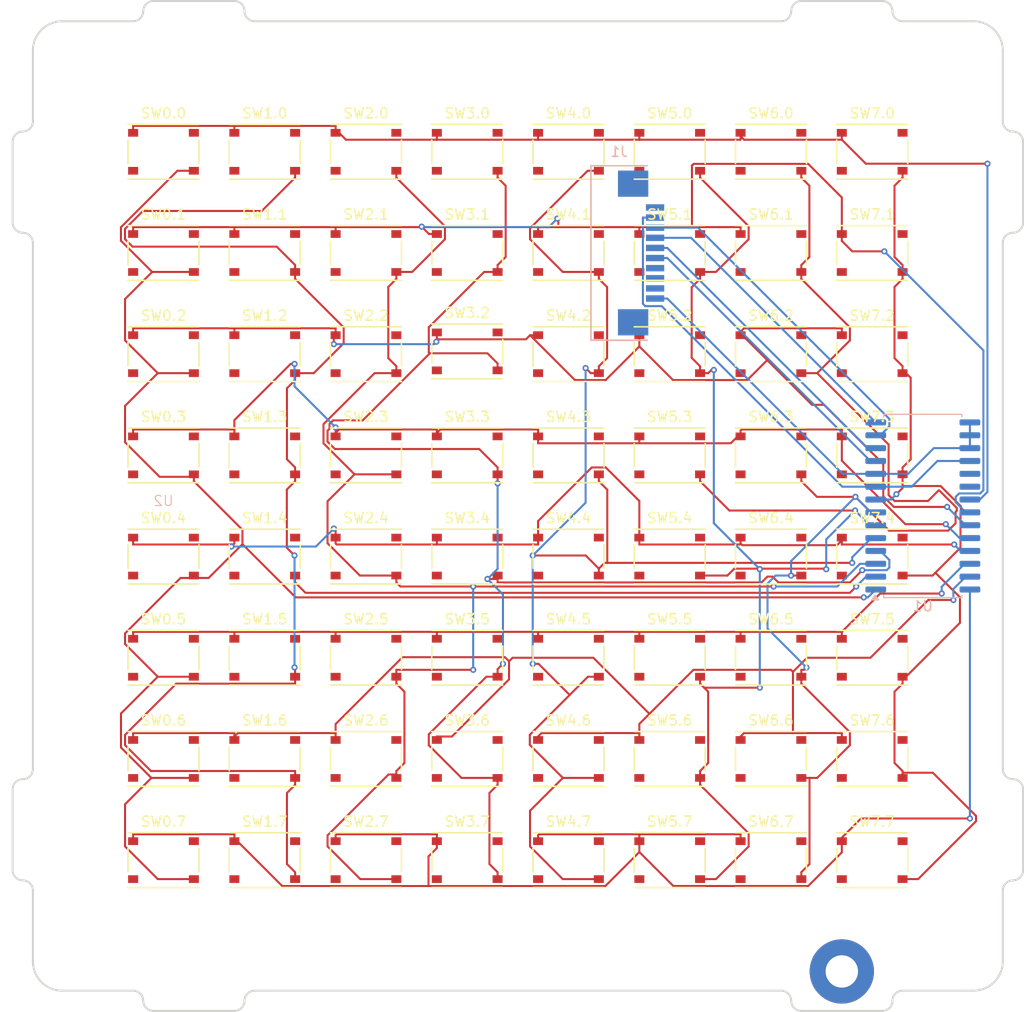
<source format=kicad_pcb>
(kicad_pcb (version 20240108) (generator "pcbnew") (generator_version "8.0")
  (layers (0 "F.Cu" signal) (31 "B.Cu" signal) (34 "B.Paste" user) (35 "F.Paste" user) (36 "B.SilkS" user "B.Silkscreen") (37 "F.SilkS" user "F.Silkscreen") (38 "B.Mask" user) (39 "F.Mask" user) (44 "Edge.Cuts" user))
  (net 0 "")
  (net 1 "/R0")
  (net 2 "/C0")
  (net 4 "/R1")
  (net 6 "/R2")
  (net 14 "/R3")
  (net 15 "/R4")
  (net 16 "/R5")
  (net 17 "/R6")
  (net 18 "/R7")
  (net 19 "/C1")
  (net 28 "/C2")
  (net 37 "+3.3V")
  (net 39 "GND")
  (net 40 "/SCK")
  (net 41 "/CS")
  (net 42 "/MOSI")
  (net 43 "/C3")
  (net 44 "/MISO")
  (net 57 "/C4")
  (net 66 "/C5")
  (net 75 "/C6")
  (net 84 "/C7")
  (footprint "kicad_inventree_lib:TS-1187A-B-A-B_XKB" (layer "F.Cu") (at 155 95)
    (property "Reference" "SW4.3")
    (property "Value" "TS-1187A-B-A-B")
  )
  (footprint "kicad_inventree_lib:TS-1187A-B-A-B_XKB" (layer "F.Cu") (at 175 135)
    (property "Reference" "SW6.7")
    (property "Value" "TS-1187A-B-A-B")
  )
  (footprint "kicad_inventree_lib:TS-1187A-B-A-B_XKB" (layer "F.Cu") (at 135 125)
    (property "Reference" "SW2.6")
    (property "Value" "TS-1187A-B-A-B")
  )
  (footprint "MountingHole:MountingHole_3.2mm_M3" (layer "F.Cu") (at 182 54)
    (property "Reference" "H2" (hide yes))
    (property "Value" "MountingHole")
  )
  (footprint "kicad_inventree_lib:TS-1187A-B-A-B_XKB" (layer "F.Cu") (at 185 85)
    (property "Reference" "SW7.2")
    (property "Value" "TS-1187A-B-A-B")
  )
  (footprint "kicad_inventree_lib:TS-1187A-B-A-B_XKB" (layer "F.Cu") (at 185 75)
    (property "Reference" "SW7.1")
    (property "Value" "TS-1187A-B-A-B")
  )
  (footprint "kicad_inventree_lib:TS-1187A-B-A-B_XKB" (layer "F.Cu") (at 135 85)
    (property "Reference" "SW2.2")
    (property "Value" "TS-1187A-B-A-B")
  )
  (footprint "kicad_inventree_lib:TS-1187A-B-A-B_XKB" (layer "F.Cu") (at 125 75)
    (property "Reference" "SW1.1")
    (property "Value" "TS-1187A-B-A-B")
  )
  (footprint "kicad_inventree_lib:TS-1187A-B-A-B_XKB" (layer "F.Cu") (at 145 125)
    (property "Reference" "SW3.6")
    (property "Value" "TS-1187A-B-A-B")
  )
  (footprint "kicad_inventree_lib:TS-1187A-B-A-B_XKB" (layer "F.Cu") (at 125 105)
    (property "Reference" "SW1.4")
    (property "Value" "TS-1187A-B-A-B")
  )
  (footprint "kicad_inventree_lib:TS-1187A-B-A-B_XKB" (layer "F.Cu") (at 145 105)
    (property "Reference" "SW3.4")
    (property "Value" "TS-1187A-B-A-B")
  )
  (footprint "kicad_inventree_lib:TS-1187A-B-A-B_XKB" (layer "F.Cu") (at 125 115)
    (property "Reference" "SW1.5")
    (property "Value" "TS-1187A-B-A-B")
  )
  (footprint "kicad_inventree_lib:TS-1187A-B-A-B_XKB" (layer "F.Cu") (at 115 135)
    (property "Reference" "SW0.7")
    (property "Value" "TS-1187A-B-A-B")
  )
  (footprint "kicad_inventree_lib:TS-1187A-B-A-B_XKB" (layer "F.Cu") (at 175 115)
    (property "Reference" "SW6.5")
    (property "Value" "TS-1187A-B-A-B")
  )
  (footprint "kicad_inventree_lib:TS-1187A-B-A-B_XKB" (layer "F.Cu") (at 175 75)
    (property "Reference" "SW6.1")
    (property "Value" "TS-1187A-B-A-B")
  )
  (footprint "kicad_inventree_lib:TS-1187A-B-A-B_XKB" (layer "F.Cu") (at 125 85)
    (property "Reference" "SW1.2")
    (property "Value" "TS-1187A-B-A-B")
  )
  (footprint "kicad_inventree_lib:TS-1187A-B-A-B_XKB" (layer "F.Cu") (at 135 115)
    (property "Reference" "SW2.5")
    (property "Value" "TS-1187A-B-A-B")
  )
  (footprint "kicad_inventree_lib:TS-1187A-B-A-B_XKB" (layer "F.Cu") (at 115 65)
    (property "Reference" "SW0.0")
    (property "Value" "TS-1187A-B-A-B")
  )
  (footprint "kicad_inventree_lib:TS-1187A-B-A-B_XKB" (layer "F.Cu") (at 115 85)
    (property "Reference" "SW0.2")
    (property "Value" "TS-1187A-B-A-B")
  )
  (footprint "kicad_inventree_lib:TS-1187A-B-A-B_XKB" (layer "F.Cu") (at 175 85)
    (property "Reference" "SW6.2")
    (property "Value" "TS-1187A-B-A-B")
  )
  (footprint "kicad_inventree_lib:TS-1187A-B-A-B_XKB" (layer "F.Cu") (at 145 115)
    (property "Reference" "SW3.5")
    (property "Value" "TS-1187A-B-A-B")
  )
  (footprint "kicad_inventree_lib:TS-1187A-B-A-B_XKB" (layer "F.Cu") (at 175 105)
    (property "Reference" "SW6.4")
    (property "Value" "TS-1187A-B-A-B")
  )
  (footprint "kicad_inventree_lib:TS-1187A-B-A-B_XKB" (layer "F.Cu") (at 165 135)
    (property "Reference" "SW5.7")
    (property "Value" "TS-1187A-B-A-B")
  )
  (footprint "kicad_inventree_lib:TS-1187A-B-A-B_XKB" (layer "F.Cu") (at 185 95)
    (property "Reference" "SW7.3")
    (property "Value" "TS-1187A-B-A-B")
  )
  (footprint "kicad_inventree_lib:TS-1187A-B-A-B_XKB" (layer "F.Cu") (at 165 105)
    (property "Reference" "SW5.4")
    (property "Value" "TS-1187A-B-A-B")
  )
  (footprint "kicad_inventree_lib:TS-1187A-B-A-B_XKB" (layer "F.Cu") (at 155 65)
    (property "Reference" "SW4.0")
    (property "Value" "TS-1187A-B-A-B")
  )
  (footprint "kicad_inventree_lib:TS-1187A-B-A-B_XKB" (layer "F.Cu") (at 185 135)
    (property "Reference" "SW7.7")
    (property "Value" "TS-1187A-B-A-B")
  )
  (footprint "kicad_inventree_lib:TS-1187A-B-A-B_XKB" (layer "F.Cu") (at 165 115)
    (property "Reference" "SW5.5")
    (property "Value" "TS-1187A-B-A-B")
  )
  (footprint "kicad_inventree_lib:TS-1187A-B-A-B_XKB" (layer "F.Cu") (at 185 115)
    (property "Reference" "SW7.5")
    (property "Value" "TS-1187A-B-A-B")
  )
  (footprint "kicad_inventree_lib:TS-1187A-B-A-B_XKB" (layer "F.Cu") (at 155 105)
    (property "Reference" "SW4.4")
    (property "Value" "TS-1187A-B-A-B")
  )
  (footprint "kicad_inventree_lib:TS-1187A-B-A-B_XKB" (layer "F.Cu") (at 115 105)
    (property "Reference" "SW0.4")
    (property "Value" "TS-1187A-B-A-B")
  )
  (footprint "kicad_inventree_lib:TS-1187A-B-A-B_XKB" (layer "F.Cu") (at 165 65)
    (property "Reference" "SW5.0")
    (property "Value" "TS-1187A-B-A-B")
  )
  (footprint "kicad_inventree_lib:TS-1187A-B-A-B_XKB" (layer "F.Cu") (at 155 135)
    (property "Reference" "SW4.7")
    (property "Value" "TS-1187A-B-A-B")
  )
  (footprint "kicad_inventree_lib:TS-1187A-B-A-B_XKB" (layer "F.Cu") (at 145 75)
    (property "Reference" "SW3.1")
    (property "Value" "TS-1187A-B-A-B")
  )
  (footprint "kicad_inventree_lib:TS-1187A-B-A-B_XKB" (layer "F.Cu") (at 115 75)
    (property "Reference" "SW0.1")
    (property "Value" "TS-1187A-B-A-B")
  )
  (footprint "kicad_inventree_lib:TS-1187A-B-A-B_XKB" (layer "F.Cu") (at 125 125)
    (property "Reference" "SW1.6")
    (property "Value" "TS-1187A-B-A-B")
  )
  (footprint "kicad_inventree_lib:TS-1187A-B-A-B_XKB" (layer "F.Cu") (at 185 125)
    (property "Reference" "SW7.6")
    (property "Value" "TS-1187A-B-A-B")
  )
  (footprint "kicad_inventree_lib:TS-1187A-B-A-B_XKB" (layer "F.Cu") (at 115 95)
    (property "Reference" "SW0.3")
    (property "Value" "TS-1187A-B-A-B")
  )
  (footprint "kicad_inventree_lib:PE" (layer "F.Cu") (at 182 146)
    (property "Reference" "PE1" (hide yes))
    (property "Value" "PE")
  )
  (footprint "kicad_inventree_lib:TS-1187A-B-A-B_XKB" (layer "F.Cu") (at 155 75)
    (property "Reference" "SW4.1")
    (property "Value" "TS-1187A-B-A-B")
  )
  (footprint "kicad_inventree_lib:TS-1187A-B-A-B_XKB" (layer "F.Cu") (at 125 65)
    (property "Reference" "SW1.0")
    (property "Value" "TS-1187A-B-A-B")
  )
  (footprint "kicad_inventree_lib:TS-1187A-B-A-B_XKB" (layer "F.Cu") (at 145 84.7254)
    (property "Reference" "SW3.2")
    (property "Value" "TS-1187A-B-A-B")
  )
  (footprint "kicad_inventree_lib:TS-1187A-B-A-B_XKB" (layer "F.Cu") (at 175 125)
    (property "Reference" "SW6.6")
    (property "Value" "TS-1187A-B-A-B")
  )
  (footprint "kicad_inventree_lib:TS-1187A-B-A-B_XKB" (layer "F.Cu") (at 135 95)
    (property "Reference" "SW2.3")
    (property "Value" "TS-1187A-B-A-B")
  )
  (footprint "kicad_inventree_lib:TS-1187A-B-A-B_XKB" (layer "F.Cu") (at 165 75)
    (property "Reference" "SW5.1")
    (property "Value" "TS-1187A-B-A-B")
  )
  (footprint "kicad_inventree_lib:TS-1187A-B-A-B_XKB" (layer "F.Cu") (at 135 65)
    (property "Reference" "SW2.0")
    (property "Value" "TS-1187A-B-A-B")
  )
  (footprint "kicad_inventree_lib:TS-1187A-B-A-B_XKB" (layer "F.Cu") (at 145 95)
    (property "Reference" "SW3.3")
    (property "Value" "TS-1187A-B-A-B")
  )
  (footprint "kicad_inventree_lib:TS-1187A-B-A-B_XKB" (layer "F.Cu") (at 155 85)
    (property "Reference" "SW4.2")
    (property "Value" "TS-1187A-B-A-B")
  )
  (footprint "kicad_inventree_lib:TS-1187A-B-A-B_XKB" (layer "F.Cu") (at 145 135)
    (property "Reference" "SW3.7")
    (property "Value" "TS-1187A-B-A-B")
  )
  (footprint "kicad_inventree_lib:TS-1187A-B-A-B_XKB" (layer "F.Cu") (at 135 105)
    (property "Reference" "SW2.4")
    (property "Value" "TS-1187A-B-A-B")
  )
  (footprint "kicad_inventree_lib:TS-1187A-B-A-B_XKB" (layer "F.Cu") (at 135 75)
    (property "Reference" "SW2.1")
    (property "Value" "TS-1187A-B-A-B")
  )
  (footprint "kicad_inventree_lib:TS-1187A-B-A-B_XKB" (layer "F.Cu") (at 155 125)
    (property "Reference" "SW4.6")
    (property "Value" "TS-1187A-B-A-B")
  )
  (footprint "kicad_inventree_lib:TS-1187A-B-A-B_XKB" (layer "F.Cu") (at 115 115)
    (property "Reference" "SW0.5")
    (property "Value" "TS-1187A-B-A-B")
  )
  (footprint "kicad_inventree_lib:TS-1187A-B-A-B_XKB" (layer "F.Cu") (at 155 115)
    (property "Reference" "SW4.5")
    (property "Value" "TS-1187A-B-A-B")
  )
  (footprint "kicad_inventree_lib:TS-1187A-B-A-B_XKB" (layer "F.Cu") (at 175 65)
    (property "Reference" "SW6.0")
    (property "Value" "TS-1187A-B-A-B")
  )
  (footprint "kicad_inventree_lib:TS-1187A-B-A-B_XKB" (layer "F.Cu") (at 185 105)
    (property "Reference" "SW7.4")
    (property "Value" "TS-1187A-B-A-B")
  )
  (footprint "kicad_inventree_lib:TS-1187A-B-A-B_XKB" (layer "F.Cu") (at 165 95)
    (property "Reference" "SW5.3")
    (property "Value" "TS-1187A-B-A-B")
  )
  (footprint "kicad_inventree_lib:TS-1187A-B-A-B_XKB" (layer "F.Cu") (at 125 95)
    (property "Reference" "SW1.3")
    (property "Value" "TS-1187A-B-A-B")
  )
  (footprint "MountingHole:MountingHole_3.2mm_M3" (layer "F.Cu") (at 104 68)
    (property "Reference" "H1" (hide yes))
    (property "Value" "MountingHole")
  )
  (footprint "kicad_inventree_lib:TS-1187A-B-A-B_XKB" (layer "F.Cu") (at 115 125)
    (property "Reference" "SW0.6")
    (property "Value" "TS-1187A-B-A-B")
  )
  (footprint "MountingHole:MountingHole_3.2mm_M3" (layer "F.Cu") (at 104 132)
    (property "Reference" "H3" (hide yes))
    (property "Value" "MountingHole")
  )
  (footprint "kicad_inventree_lib:TS-1187A-B-A-B_XKB" (layer "F.Cu") (at 165 125)
    (property "Reference" "SW5.6")
    (property "Value" "TS-1187A-B-A-B")
  )
  (footprint "kicad_inventree_lib:TS-1187A-B-A-B_XKB" (layer "F.Cu") (at 145 65)
    (property "Reference" "SW3.0")
    (property "Value" "TS-1187A-B-A-B")
  )
  (footprint "kicad_inventree_lib:TS-1187A-B-A-B_XKB" (layer "F.Cu") (at 175 95)
    (property "Reference" "SW6.3")
    (property "Value" "TS-1187A-B-A-B")
  )
  (footprint "kicad_inventree_lib:TS-1187A-B-A-B_XKB" (layer "F.Cu") (at 125 135)
    (property "Reference" "SW1.7")
    (property "Value" "TS-1187A-B-A-B")
  )
  (footprint "kicad_inventree_lib:TS-1187A-B-A-B_XKB" (layer "F.Cu") (at 185 65)
    (property "Reference" "SW7.0")
    (property "Value" "TS-1187A-B-A-B")
  )
  (footprint "kicad_inventree_lib:TS-1187A-B-A-B_XKB" (layer "F.Cu") (at 135 135)
    (property "Reference" "SW2.7")
    (property "Value" "TS-1187A-B-A-B")
  )
  (footprint "kicad_inventree_lib:TS-1187A-B-A-B_XKB" (layer "F.Cu") (at 165 85)
    (property "Reference" "SW5.2")
    (property "Value" "TS-1187A-B-A-B")
  )
  (footprint "kicad_inventree_lib:PM-ESP32C3_v0.0.2" (layer "B.Cu") (at 115 100 180)
    (property "Reference" "U2")
    (property "Value" "~")
  )
  (footprint "Package_SO:SOIC-28W_7.5x17.9mm_P1.27mm" (layer "B.Cu") (at 190 100)
    (property "Reference" "U1")
    (property "Value" "MCP23S17_SO")
  )
  (footprint "kicad_inventree_lib:CONN10_AFA07-S10_JUS" (layer "B.Cu") (at 160 75 90)
    (property "Reference" "J1")
    (property "Value" "AFA07-S10FCC-00")
  )
  (gr_arc (start 102.1 62) (mid 101.807107 62.707107) (end 101.1 63) (stroke (width 0.2)) (layer "Edge.Cuts"))
  (gr_line (start 102.100001 55) (end 102.1 62) (stroke (width 0.2)) (layer "Edge.Cuts"))
  (gr_arc (start 199.9 72) (mid 199.607107 72.707107) (end 198.9 73) (stroke (width 0.2)) (layer "Edge.Cuts"))
  (gr_arc (start 124 52.1) (mid 123.292893 51.807107) (end 123 51.1) (stroke (width 0.2)) (layer "Edge.Cuts"))
  (gr_line (start 199.9 128) (end 199.9 136) (stroke (width 0.2)) (layer "Edge.Cuts"))
  (gr_arc (start 112 147.9) (mid 112.707107 148.192893) (end 113 148.9) (stroke (width 0.2)) (layer "Edge.Cuts"))
  (gr_line (start 105.000001 52.1) (end 112 52.1) (stroke (width 0.2)) (layer "Edge.Cuts"))
  (gr_arc (start 195 52.1) (mid 197.05061 52.94939) (end 197.9 55) (stroke (width 0.2)) (layer "Edge.Cuts"))
  (gr_arc (start 114 149.9) (mid 113.292893 149.607107) (end 113 148.9) (stroke (width 0.2)) (layer "Edge.Cuts"))
  (gr_arc (start 178 149.9) (mid 177.292893 149.607107) (end 177 148.9) (stroke (width 0.2)) (layer "Edge.Cuts"))
  (gr_line (start 178 50.1) (end 186 50.1) (stroke (width 0.2)) (layer "Edge.Cuts"))
  (gr_arc (start 186 50.1) (mid 186.707107 50.392893) (end 187 51.1) (stroke (width 0.2)) (layer "Edge.Cuts"))
  (gr_arc (start 105.000001 147.9) (mid 102.949391 147.05061) (end 102.100001 145) (stroke (width 0.2)) (layer "Edge.Cuts"))
  (gr_arc (start 198.9 127) (mid 199.607107 127.292893) (end 199.9 128) (stroke (width 0.2)) (layer "Edge.Cuts"))
  (gr_arc (start 100.1 64) (mid 100.392893 63.292893) (end 101.1 63) (stroke (width 0.2)) (layer "Edge.Cuts"))
  (gr_line (start 122 149.9) (end 114 149.9) (stroke (width 0.2)) (layer "Edge.Cuts"))
  (gr_arc (start 122 50.1) (mid 122.707107 50.392893) (end 123 51.1) (stroke (width 0.2)) (layer "Edge.Cuts"))
  (gr_arc (start 123 148.9) (mid 122.707107 149.607107) (end 122 149.9) (stroke (width 0.2)) (layer "Edge.Cuts"))
  (gr_arc (start 198.9 127) (mid 198.192893 126.707107) (end 197.9 126) (stroke (width 0.2)) (layer "Edge.Cuts"))
  (gr_line (start 195 147.9) (end 188 147.9) (stroke (width 0.2)) (layer "Edge.Cuts"))
  (gr_arc (start 177 51.1) (mid 176.707107 51.807107) (end 176 52.1) (stroke (width 0.2)) (layer "Edge.Cuts"))
  (gr_arc (start 101.1 73) (mid 101.807107 73.292893) (end 102.1 74) (stroke (width 0.2)) (layer "Edge.Cuts"))
  (gr_arc (start 113 51.1) (mid 112.707107 51.807107) (end 112 52.1) (stroke (width 0.2)) (layer "Edge.Cuts"))
  (gr_line (start 176 52.1) (end 124 52.1) (stroke (width 0.2)) (layer "Edge.Cuts"))
  (gr_arc (start 197.9 74) (mid 198.192893 73.292893) (end 198.9 73) (stroke (width 0.2)) (layer "Edge.Cuts"))
  (gr_arc (start 113 51.1) (mid 113.292893 50.392893) (end 114 50.1) (stroke (width 0.2)) (layer "Edge.Cuts"))
  (gr_line (start 112 147.9) (end 105.000001 147.9) (stroke (width 0.2)) (layer "Edge.Cuts"))
  (gr_arc (start 198.9 63) (mid 199.607107 63.292893) (end 199.9 64) (stroke (width 0.2)) (layer "Edge.Cuts"))
  (gr_line (start 100.1 64) (end 100.1 72) (stroke (width 0.2)) (layer "Edge.Cuts"))
  (gr_line (start 197.9 126) (end 197.9 74) (stroke (width 0.2)) (layer "Edge.Cuts"))
  (gr_arc (start 188 52.1) (mid 187.292893 51.807107) (end 187 51.1) (stroke (width 0.2)) (layer "Edge.Cuts"))
  (gr_arc (start 197.9 138) (mid 198.192893 137.292893) (end 198.9 137) (stroke (width 0.2)) (layer "Edge.Cuts"))
  (gr_arc (start 101.1 137) (mid 100.392893 136.707107) (end 100.1 136) (stroke (width 0.2)) (layer "Edge.Cuts"))
  (gr_arc (start 197.9 145) (mid 197.05061 147.05061) (end 195 147.9) (stroke (width 0.2)) (layer "Edge.Cuts"))
  (gr_arc (start 198.9 63) (mid 198.192893 62.707107) (end 197.9 62) (stroke (width 0.2)) (layer "Edge.Cuts"))
  (gr_line (start 197.9 55) (end 197.9 62) (stroke (width 0.2)) (layer "Edge.Cuts"))
  (gr_line (start 102.1 138) (end 102.100001 145) (stroke (width 0.2)) (layer "Edge.Cuts"))
  (gr_line (start 199.9 64) (end 199.9 72) (stroke (width 0.2)) (layer "Edge.Cuts"))
  (gr_arc (start 199.9 136) (mid 199.607107 136.707107) (end 198.9 137) (stroke (width 0.2)) (layer "Edge.Cuts"))
  (gr_arc (start 101.1 73) (mid 100.392893 72.707107) (end 100.1 72) (stroke (width 0.2)) (layer "Edge.Cuts"))
  (gr_arc (start 102.1 126) (mid 101.807107 126.707107) (end 101.1 127) (stroke (width 0.2)) (layer "Edge.Cuts"))
  (gr_arc (start 177 51.1) (mid 177.292893 50.392893) (end 178 50.1) (stroke (width 0.2)) (layer "Edge.Cuts"))
  (gr_arc (start 187 148.9) (mid 187.292893 148.192893) (end 188 147.9) (stroke (width 0.2)) (layer "Edge.Cuts"))
  (gr_line (start 186 149.9) (end 178 149.9) (stroke (width 0.2)) (layer "Edge.Cuts"))
  (gr_arc (start 101.1 137) (mid 101.807107 137.292893) (end 102.1 138) (stroke (width 0.2)) (layer "Edge.Cuts"))
  (gr_arc (start 102.100001 55) (mid 102.949391 52.94939) (end 105.000001 52.1) (stroke (width 0.2)) (layer "Edge.Cuts"))
  (gr_arc (start 176 147.9) (mid 176.707107 148.192893) (end 177 148.9) (stroke (width 0.2)) (layer "Edge.Cuts"))
  (gr_line (start 124 147.9) (end 176 147.9) (stroke (width 0.2)) (layer "Edge.Cuts"))
  (gr_line (start 102.1 74) (end 102.1 126) (stroke (width 0.2)) (layer "Edge.Cuts"))
  (gr_arc (start 123 148.9) (mid 123.292893 148.192893) (end 124 147.9) (stroke (width 0.2)) (layer "Edge.Cuts"))
  (gr_line (start 114 50.1) (end 122 50.1) (stroke (width 0.2)) (layer "Edge.Cuts"))
  (gr_arc (start 187 148.9) (mid 186.707107 149.607107) (end 186 149.9) (stroke (width 0.2)) (layer "Edge.Cuts"))
  (gr_line (start 188 52.1) (end 195 52.1) (stroke (width 0.2)) (layer "Edge.Cuts"))
  (gr_line (start 100.1 128) (end 100.1 136) (stroke (width 0.2)) (layer "Edge.Cuts"))
  (gr_arc (start 100.1 128) (mid 100.392893 127.292893) (end 101.1 127) (stroke (width 0.2)) (layer "Edge.Cuts"))
  (gr_line (start 197.9 138) (end 197.9 145) (stroke (width 0.2)) (layer "Edge.Cuts"))
  (segment (start 142.0015 63.8077) (end 152 63.8077) (width 0.2) (layer "F.Cu") (net 1))
  (segment (start 184.3681 66.1758) (end 196.3837 66.1758) (width 0.2) (layer "F.Cu") (net 1))
  (segment (start 152 63.8062) (end 152 63.8077) (width 0.2) (layer "F.Cu") (net 1))
  (segment (start 152 63.8062) (end 152.0015 63.8077) (width 0.2) (layer "F.Cu") (net 1))
  (segment (start 132 62.7836) (end 133.0241 63.8077) (width 0.2) (layer "F.Cu") (net 1))
  (segment (start 152 63.125) (end 152 63.7068) (width 0.2) (layer "F.Cu") (net 1))
  (segment (start 122 62.5431) (end 122 62.4438) (width 0.2) (layer "F.Cu") (net 1))
  (segment (start 112 62.4423) (end 122 62.4423) (width 0.2) (layer "F.Cu") (net 1))
  (segment (start 162 63.8062) (end 162.0015 63.8077) (width 0.2) (layer "F.Cu") (net 1))
  (segment (start 182 63.125) (end 182 63.8077) (width 0.2) (layer "F.Cu") (net 1))
  (segment (start 122 63.125) (end 122 62.5431) (width 0.2) (layer "F.Cu") (net 1))
  (segment (start 152.0015 63.8077) (end 162 63.8077) (width 0.2) (layer "F.Cu") (net 1))
  (segment (start 162 63.125) (end 162 63.7068) (width 0.2) (layer "F.Cu") (net 1))
  (segment (start 142 63.8062) (end 142.0015 63.8077) (width 0.2) (layer "F.Cu") (net 1))
  (segment (start 172.3414 63.8077) (end 182 63.8077) (width 0.2) (layer "F.Cu") (net 1))
  (segment (start 132 63.125) (end 132 62.7836) (width 0.2) (layer "F.Cu") (net 1))
  (segment (start 162 63.7068) (end 162 63.8062) (width 0.2) (layer "F.Cu") (net 1))
  (segment (start 162 63.8062) (end 162 63.8077) (width 0.2) (layer "F.Cu") (net 1))
  (segment (start 172 63.4663) (end 172.3414 63.8077) (width 0.2) (layer "F.Cu") (net 1))
  (segment (start 142 63.8062) (end 142 63.8077) (width 0.2) (layer "F.Cu") (net 1))
  (segment (start 182 63.8077) (end 184.3681 66.1758) (width 0.2) (layer "F.Cu") (net 1))
  (segment (start 172 63.125) (end 172 63.4663) (width 0.2) (layer "F.Cu") (net 1))
  (segment (start 122 62.4438) (end 122.0015 62.4423) (width 0.2) (layer "F.Cu") (net 1))
  (segment (start 122 62.4438) (end 122 62.4423) (width 0.2) (layer "F.Cu") (net 1))
  (segment (start 162.0015 63.8077) (end 172 63.8077) (width 0.2) (layer "F.Cu") (net 1))
  (segment (start 172 63.4663) (end 172 63.8077) (width 0.2) (layer "F.Cu") (net 1))
  (segment (start 122.0015 62.4423) (end 132 62.4423) (width 0.2) (layer "F.Cu") (net 1))
  (segment (start 112 63.125) (end 112 62.4423) (width 0.2) (layer "F.Cu") (net 1))
  (segment (start 142 63.7068) (end 142 63.8062) (width 0.2) (layer "F.Cu") (net 1))
  (segment (start 142 63.125) (end 142 63.7068) (width 0.2) (layer "F.Cu") (net 1))
  (segment (start 152 63.7068) (end 152 63.8062) (width 0.2) (layer "F.Cu") (net 1))
  (segment (start 132 62.7836) (end 132 62.4423) (width 0.2) (layer "F.Cu") (net 1))
  (segment (start 133.0241 63.8077) (end 142 63.8077) (width 0.2) (layer "F.Cu") (net 1))
  (via (at 196.3837 66.1758) (size 0.6) (drill 0.3) (layers "F.Cu" "B.Cu") (net 1))
  (segment (start 194.65 99.365) (end 195.6323 99.365) (width 0.2) (layer "B.Cu") (net 1))
  (segment (start 196.3837 98.6136) (end 196.3837 66.1758) (width 0.2) (layer "B.Cu") (net 1))
  (segment (start 195.6323 99.365) (end 196.3837 98.6136) (width 0.2) (layer "B.Cu") (net 1))
  (segment (start 111.203 129.4748) (end 113.8028 126.875) (width 0.2) (layer "F.Cu") (net 2))
  (segment (start 118 116.875) (end 114.4359 116.875) (width 0.2) (layer "F.Cu") (net 2))
  (segment (start 114.4359 86.875) (end 118 86.875) (width 0.2) (layer "F.Cu") (net 2))
  (segment (start 114.4359 116.875) (end 110.8013 120.5096) (width 0.2) (layer "F.Cu") (net 2))
  (segment (start 110.795 72.4544) (end 110.795 73.7927) (width 0.2) (layer "F.Cu") (net 2))
  (segment (start 113.8773 76.875) (end 111.203 79.5493) (width 0.2) (layer "F.Cu") (net 2))
  (segment (start 116.3744 66.875) (end 110.795 72.4544) (width 0.2) (layer "F.Cu") (net 2))
  (segment (start 111.203 79.5493) (end 111.203 83.6421) (width 0.2) (layer "F.Cu") (net 2))
  (segment (start 111.203 93.7072) (end 111.203 90.1079) (width 0.2) (layer "F.Cu") (net 2))
  (segment (start 113.8028 126.875) (end 118 126.875) (width 0.2) (layer "F.Cu") (net 2))
  (segment (start 111.203 133.6421) (end 111.203 129.4748) (width 0.2) (layer "F.Cu") (net 2))
  (segment (start 118 66.875) (end 116.3744 66.875) (width 0.2) (layer "F.Cu") (net 2))
  (segment (start 110.795 73.7927) (end 113.8773 76.875) (width 0.2) (layer "F.Cu") (net 2))
  (segment (start 118 106.875) (end 118 107.1155) (width 0.2) (layer "F.Cu") (net 2))
  (segment (start 118 136.875) (end 114.4359 136.875) (width 0.2) (layer "F.Cu") (net 2))
  (segment (start 122.797 103.7771) (end 128.0547 109.0348) (width 0.2) (layer "F.Cu") (net 2))
  (segment (start 122.797 102.3547) (end 118 97.5577) (width 0.2) (layer "F.Cu") (net 2))
  (segment (start 113.8773 76.875) (end 118 76.875) (width 0.2) (layer "F.Cu") (net 2))
  (segment (start 122.797 103.7771) (end 122.797 102.3547) (width 0.2) (layer "F.Cu") (net 2))
  (segment (start 116.6813 107.1155) (end 118 107.1155) (width 0.2) (layer "F.Cu") (net 2))
  (segment (start 114.4359 116.875) (end 111.203 113.6421) (width 0.2) (layer "F.Cu") (net 2))
  (segment (start 110.8013 123.8735) (end 113.8028 126.875) (width 0.2) (layer "F.Cu") (net 2))
  (segment (start 122.797 103.7771) (end 119.4586 107.1155) (width 0.2) (layer "F.Cu") (net 2))
  (segment (start 118 97.1155) (end 114.6113 97.1155) (width 0.2) (layer "F.Cu") (net 2))
  (segment (start 111.203 90.1079) (end 114.4359 86.875) (width 0.2) (layer "F.Cu") (net 2))
  (segment (start 114.6113 97.1155) (end 111.203 93.7072) (width 0.2) (layer "F.Cu") (net 2))
  (segment (start 119.4586 107.1155) (end 118 107.1155) (width 0.2) (layer "F.Cu") (net 2))
  (segment (start 111.203 83.6421) (end 114.4359 86.875) (width 0.2) (layer "F.Cu") (net 2))
  (segment (start 114.4359 136.875) (end 111.203 133.6421) (width 0.2) (layer "F.Cu") (net 2))
  (segment (start 111.203 113.6421) (end 111.203 112.5938) (width 0.2) (layer "F.Cu") (net 2))
  (segment (start 118 96.875) (end 118 97.1155) (width 0.2) (layer "F.Cu") (net 2))
  (segment (start 111.203 112.5938) (end 116.6813 107.1155) (width 0.2) (layer "F.Cu") (net 2))
  (segment (start 110.8013 120.5096) (end 110.8013 123.8735) (width 0.2) (layer "F.Cu") (net 2))
  (segment (start 128.0547 109.0348) (end 184.1689 109.0348) (width 0.2) (layer "F.Cu") (net 2))
  (segment (start 118 97.1155) (end 118 97.5577) (width 0.2) (layer "F.Cu") (net 2))
  (via (at 184.1689 109.0348) (size 0.6) (drill 0.3) (layers "F.Cu" "B.Cu") (net 2))
  (segment (start 184.5702 109.0348) (end 184.1689 109.0348) (width 0.2) (layer "B.Cu") (net 2))
  (segment (start 185.35 108.255) (end 184.5702 109.0348) (width 0.2) (layer "B.Cu") (net 2))
  (segment (start 162 73.125) (end 162 72.5431) (width 0.2) (layer "F.Cu") (net 4))
  (segment (start 140.5 72.4) (end 140.4577 72.4423) (width 0.2) (layer "F.Cu") (net 4))
  (segment (start 186.1989 74.8398) (end 183.0321 74.8398) (width 0.2) (layer "F.Cu") (net 4))
  (segment (start 132.0015 72.4423) (end 132 72.4438) (width 0.2) (layer "F.Cu") (net 4))
  (segment (start 178.6739 66.1923) (end 182 69.5184) (width 0.2) (layer "F.Cu") (net 4))
  (segment (start 152 72.5431) (end 152.1008 72.4423) (width 0.2) (layer "F.Cu") (net 4))
  (segment (start 162 72.4438) (end 162.0015 72.4423) (width 0.2) (layer "F.Cu") (net 4))
  (segment (start 167.2409 66.3246) (end 167.285 66.2805) (width 0.2) (layer "F.Cu") (net 4))
  (segment (start 132 72.4438) (end 132 72.4423) (width 0.2) (layer "F.Cu") (net 4))
  (segment (start 122 72.4438) (end 122.0015 72.4423) (width 0.2) (layer "F.Cu") (net 4))
  (segment (start 112 73.125) (end 112 72.4423) (width 0.2) (layer "F.Cu") (net 4))
  (segment (start 167.2079 66.3576) (end 167.2189 66.3466) (width 0.2) (layer "F.Cu") (net 4))
  (segment (start 154 71.7) (end 153.9 71.6) (width 0.2) (layer "F.Cu") (net 4))
  (segment (start 172 73.125) (end 172 72.5431) (width 0.2) (layer "F.Cu") (net 4))
  (segment (start 152 73.125) (end 152 72.5431) (width 0.2) (layer "F.Cu") (net 4))
  (segment (start 167.285 66.2805) (end 167.3732 66.1923) (width 0.2) (layer "F.Cu") (net 4))
  (segment (start 182 73.4663) (end 182 73.125) (width 0.2) (layer "F.Cu") (net 4))
  (segment (start 112 72.4423) (end 122 72.4423) (width 0.2) (layer "F.Cu") (net 4))
  (segment (start 154 72.4423) (end 154 71.7) (width 0.2) (layer "F.Cu") (net 4))
  (segment (start 167.3732 66.1923) (end 178.6739 66.1923) (width 0.2) (layer "F.Cu") (net 4))
  (segment (start 122 72.4438) (end 122 72.4423) (width 0.2) (layer "F.Cu") (net 4))
  (segment (start 122 72.5431) (end 122 72.4438) (width 0.2) (layer "F.Cu") (net 4))
  (segment (start 167.1968 72.4423) (end 167.1968 66.3687) (width 0.2) (layer "F.Cu") (net 4))
  (segment (start 162 72.5431) (end 162 72.4438) (width 0.2) (layer "F.Cu") (net 4))
  (segment (start 152.1008 72.4423) (end 154 72.4423) (width 0.2) (layer "F.Cu") (net 4))
  (segment (start 167.1996 66.3659) (end 167.2024 66.3631) (width 0.2) (layer "F.Cu") (net 4))
  (segment (start 182 73.4663) (end 182 73.8077) (width 0.2) (layer "F.Cu") (net 4))
  (segment (start 167.1982 66.3673) (end 167.1996 66.3659) (width 0.2) (layer "F.Cu") (net 4))
  (segment (start 167.197 66.3685) (end 167.1972 66.3683) (width 0.2) (layer "F.Cu") (net 4))
  (segment (start 132 72.5431) (end 132 72.4438) (width 0.2) (layer "F.Cu") (net 4))
  (segment (start 162 72.4438) (end 162 72.4423) (width 0.2) (layer "F.Cu") (net 4))
  (segment (start 167.1972 66.3683) (end 167.1975 66.368) (width 0.2) (layer "F.Cu") (net 4))
  (segment (start 167.1969 66.3686) (end 167.197 66.3685) (width 0.2) (layer "F.Cu") (net 4))
  (segment (start 167.1968 72.4423) (end 172 72.4423) (width 0.2) (layer "F.Cu") (net 4))
  (segment (start 154 72.4423) (end 162 72.4423) (width 0.2) (layer "F.Cu") (net 4))
  (segment (start 140.4577 72.4423) (end 132.0015 72.4423) (width 0.2) (layer "F.Cu") (net 4))
  (segment (start 167.1968 66.3687) (end 167.1969 66.3686) (width 0.2) (layer "F.Cu") (net 4))
  (segment (start 122 73.125) (end 122 72.5431) (width 0.2) (layer "F.Cu") (net 4))
  (segment (start 172 72.4438) (end 172 72.4423) (width 0.2) (layer "F.Cu") (net 4))
  (segment (start 182 69.5184) (end 182 73.125) (width 0.2) (layer "F.Cu") (net 4))
  (segment (start 172 72.5431) (end 172 72.4438) (width 0.2) (layer "F.Cu") (net 4))
  (segment (start 140.5 72.4) (end 141.225 73.125) (width 0.2) (layer "F.Cu") (net 4))
  (segment (start 141.225 73.125) (end 142 73.125) (width 0.2) (layer "F.Cu") (net 4))
  (segment (start 183.0321 74.8398) (end 182 73.8077) (width 0.2) (layer "F.Cu") (net 4))
  (segment (start 167.2189 66.3466) (end 167.2409 66.3246) (width 0.2) (layer "F.Cu") (net 4))
  (segment (start 162.0015 72.4423) (end 167.1968 72.4423) (width 0.2) (layer "F.Cu") (net 4))
  (segment (start 167.2024 66.3631) (end 167.2079 66.3576) (width 0.2) (layer "F.Cu") (net 4))
  (segment (start 167.1975 66.368) (end 167.1982 66.3673) (width 0.2) (layer "F.Cu") (net 4))
  (segment (start 122.0015 72.4423) (end 132 72.4423) (width 0.2) (layer "F.Cu") (net 4))
  (segment (start 132 73.125) (end 132 72.5431) (width 0.2) (layer "F.Cu") (net 4))
  (via (at 153.9 71.6) (size 0.6) (drill 0.3) (layers "F.Cu" "B.Cu") (net 4))
  (via (at 186.1989 74.8398) (size 0.6) (drill 0.3) (layers "F.Cu" "B.Cu") (net 4))
  (via (at 140.5 72.4) (size 0.6) (drill 0.3) (layers "F.Cu" "B.Cu") (net 4))
  (segment (start 193.5848 98.7627) (end 195.6666 98.7627) (width 0.2) (layer "B.Cu") (net 4))
  (segment (start 153.0577 72.4423) (end 153.9 71.6) (width 0.2) (layer "B.Cu") (net 4))
  (segment (start 195.6666 98.7627) (end 195.982 98.4473) (width 0.2) (layer "B.Cu") (net 4))
  (segment (start 140.5423 72.4423) (end 153.0577 72.4423) (width 0.2) (layer "B.Cu") (net 4))
  (segment (start 140.5 72.4) (end 140.5423 72.4423) (width 0.2) (layer "B.Cu") (net 4))
  (segment (start 194.2534 100.635) (end 193.2514 99.633) (width 0.2) (layer "B.Cu") (net 4))
  (segment (start 195.982 84.6229) (end 186.1989 74.8398) (width 0.2) (layer "B.Cu") (net 4))
  (segment (start 193.2514 99.0961) (end 193.5848 98.7627) (width 0.2) (layer "B.Cu") (net 4))
  (segment (start 193.2514 99.633) (end 193.2514 99.0961) (width 0.2) (layer "B.Cu") (net 4))
  (segment (start 195.982 98.4473) (end 195.982 84.6229) (width 0.2) (layer "B.Cu") (net 4))
  (segment (start 194.65 100.635) (end 194.2534 100.635) (width 0.2) (layer "B.Cu") (net 4))
  (segment (start 122 83.125) (end 122 82.5431) (width 0.2) (layer "F.Cu") (net 6))
  (segment (start 162 84.234) (end 162 83.125) (width 0.2) (layer "F.Cu") (net 6))
  (segment (start 151.6015 83.125) (end 152 83.125) (width 0.2) (layer "F.Cu") (net 6))
  (segment (start 186.0955 99.0466) (end 186.0955 95.8609) (width 0.2) (layer "F.Cu") (net 6))
  (segment (start 179.0458 90) (end 175.2396 86.1938) (width 0.2) (layer "F.Cu") (net 6))
  (segment (start 172 82.9543) (end 172 82.7836) (width 0.2) (layer "F.Cu") (net 6))
  (segment (start 122 82.4438) (end 122 82.4423) (width 0.2) (layer "F.Cu") (net 6))
  (segment (start 172 83.125) (end 172 82.9543) (width 0.2) (layer "F.Cu") (net 6))
  (segment (start 132 82.5431) (end 132 82.4438) (width 0.2) (layer "F.Cu") (net 6))
  (segment (start 132 82.834) (end 132 82.5431) (width 0.2) (layer "F.Cu") (net 6))
  (segment (start 180.2346 90) (end 179.0458 90) (width 0.2) (layer "F.Cu") (net 6))
  (segment (start 186.0955 95.8609) (end 180.2346 90) (width 0.2) (layer "F.Cu") (net 6))
  (segment (start 174.6309 85.5851) (end 172.6583 87.5577) (width 0.2) (layer "F.Cu") (net 6))
  (segment (start 175.2396 86.1938) (end 175.2395 86.1938) (width 0.2) (layer "F.Cu") (net 6))
  (segment (start 150.7949 83.5331) (end 142 83.5331) (width 0.2) (layer "F.Cu") (net 6))
  (segment (start 151.203 83.125) (end 155.6357 87.5577) (width 0.2) (layer "F.Cu") (net 6))
  (segment (start 175.2395 86.1938) (end 174.6309 85.5851) (width 0.2) (layer "F.Cu") (net 6))
  (segment (start 151.203 83.125) (end 150.7949 83.5331) (width 0.2) (layer "F.Cu") (net 6))
  (segment (start 112 82.4423) (end 122 82.4423) (width 0.2) (layer "F.Cu") (net 6))
  (segment (start 174.6309 85.5851) (end 172 82.9543) (width 0.2) (layer "F.Cu") (net 6))
  (segment (start 132 82.4438) (end 132 82.4423) (width 0.2) (layer "F.Cu") (net 6))
  (segment (start 142 83.5331) (end 142 83.7201) (width 0.2) (layer "F.Cu") (net 6))
  (segment (start 142 83.7201) (end 141.9496 83.7705) (width 0.2) (layer "F.Cu") (net 6))
  (segment (start 172.3413 82.4423) (end 182 82.4423) (width 0.2) (layer "F.Cu") (net 6))
  (segment (start 165.3237 87.5577) (end 162 84.234) (width 0.2) (layer "F.Cu") (net 6))
  (segment (start 172.6583 87.5577) (end 165.3237 87.5577) (width 0.2) (layer "F.Cu") (net 6))
  (segment (start 187.1434 100.0945) (end 186.0955 99.0466) (width 0.2) (layer "F.Cu") (net 6))
  (segment (start 122 82.5431) (end 122 82.4438) (width 0.2) (layer "F.Cu") (net 6))
  (segment (start 182 83.125) (end 182 82.4423) (width 0.2) (layer "F.Cu") (net 6))
  (segment (start 122.0015 82.4423) (end 132 82.4423) (width 0.2) (layer "F.Cu") (net 6))
  (segment (start 192.4008 100.0945) (end 187.1434 100.0945) (width 0.2) (layer "F.Cu") (net 6))
  (segment (start 132 83.125) (end 132 82.834) (width 0.2) (layer "F.Cu") (net 6))
  (segment (start 155.6357 87.5577) (end 158.6763 87.5577) (width 0.2) (layer "F.Cu") (net 6))
  (segment (start 131.8229 83.0111) (end 131.8229 84.0111) (width 0.2) (layer "F.Cu") (net 6))
  (segment (start 158.6763 87.5577) (end 162 84.234) (width 0.2) (layer "F.Cu") (net 6))
  (segment (start 132 82.834) (end 131.8229 83.0111) (width 0.2) (layer "F.Cu") (net 6))
  (segment (start 112 83.125) (end 112 82.4423) (width 0.2) (layer "F.Cu") (net 6))
  (segment (start 151.6015 83.125) (end 151.203 83.125) (width 0.2) (layer "F.Cu") (net 6))
  (segment (start 122 82.4438) (end 122.0015 82.4423) (width 0.2) (layer "F.Cu") (net 6))
  (segment (start 142 82.8504) (end 142 83.5331) (width 0.2) (layer "F.Cu") (net 6))
  (segment (start 172 82.7836) (end 172.3413 82.4423) (width 0.2) (layer "F.Cu") (net 6))
  (via (at 141.9496 83.7705) (size 0.6) (drill 0.3) (layers "F.Cu" "B.Cu") (net 6))
  (via (at 192.4008 100.0945) (size 0.6) (drill 0.3) (layers "F.Cu" "B.Cu") (net 6))
  (via (at 131.8229 84.0111) (size 0.6) (drill 0.3) (layers "F.Cu" "B.Cu") (net 6))
  (segment (start 194.65 101.905) (end 194.2113 101.905) (width 0.2) (layer "B.Cu") (net 6))
  (segment (start 194.2113 101.905) (end 192.4008 100.0945) (width 0.2) (layer "B.Cu") (net 6))
  (segment (start 141.9496 83.7705) (end 141.709 84.0111) (width 0.2) (layer "B.Cu") (net 6))
  (segment (start 141.709 84.0111) (end 131.8229 84.0111) (width 0.2) (layer "B.Cu") (net 6))
  (segment (start 152 93.125) (end 152 92.4423) (width 0.2) (layer "F.Cu") (net 14))
  (segment (start 142 93.125) (end 142 92.7836) (width 0.2) (layer "F.Cu") (net 14))
  (segment (start 172 93.125) (end 172 92.834) (width 0.2) (layer "F.Cu") (net 14))
  (segment (start 132 92.7836) (end 132.3413 92.4423) (width 0.2) (layer "F.Cu") (net 14))
  (segment (start 132 93.125) (end 132 92.7836) (width 0.2) (layer "F.Cu") (net 14))
  (segment (start 122 93.125) (end 122 92.5431) (width 0.2) (layer "F.Cu") (net 14))
  (segment (start 142 92.7836) (end 142 92.4423) (width 0.2) (layer "F.Cu") (net 14))
  (segment (start 172.1008 92.4423) (end 182 92.4423) (width 0.2) (layer "F.Cu") (net 14))
  (segment (start 142.3413 92.4423) (end 152 92.4423) (width 0.2) (layer "F.Cu") (net 14))
  (segment (start 182 92.7836) (end 182 92.4423) (width 0.2) (layer "F.Cu") (net 14))
  (segment (start 172 92.5431) (end 172.1008 92.4423) (width 0.2) (layer "F.Cu") (net 14))
  (segment (start 132 92.2424) (end 131.9998 92.2422) (width 0.2) (layer "F.Cu") (net 14))
  (segment (start 188.2767 101.8002) (end 182 95.5235) (width 0.2) (layer "F.Cu") (net 14))
  (segment (start 162 93.4663) (end 162 93.8062) (width 0.2) (layer "F.Cu") (net 14))
  (segment (start 152 93.125) (end 152 93.8077) (width 0.2) (layer "F.Cu") (net 14))
  (segment (start 142 92.7836) (end 142.3413 92.4423) (width 0.2) (layer "F.Cu") (net 14))
  (segment (start 132.3413 92.4423) (end 142 92.4423) (width 0.2) (layer "F.Cu") (net 14))
  (segment (start 132 92.7836) (end 132 92.2424) (width 0.2) (layer "F.Cu") (net 14))
  (segment (start 127.5626 85.9592) (end 127.9414 85.9592) (width 0.2) (layer "F.Cu") (net 14))
  (segment (start 162 93.8077) (end 152 93.8077) (width 0.2) (layer "F.Cu") (net 14))
  (segment (start 122 92.4438) (end 122 92.4423) (width 0.2) (layer "F.Cu") (net 14))
  (segment (start 172 92.834) (end 171.0263 93.8077) (width 0.2) (layer "F.Cu") (net 14))
  (segment (start 172 92.834) (end 172 92.5431) (width 0.2) (layer "F.Cu") (net 14))
  (segment (start 122 91.5218) (end 127.5626 85.9592) (width 0.2) (layer "F.Cu") (net 14))
  (segment (start 171.0263 93.8077) (end 162.0015 93.8077) (width 0.2) (layer "F.Cu") (net 14))
  (segment (start 162.0015 93.8077) (end 162 93.8062) (width 0.2) (layer "F.Cu") (net 14))
  (segment (start 112 92.4423) (end 122 92.4423) (width 0.2) (layer "F.Cu") (net 14))
  (segment (start 162 93.4663) (end 162 93.125) (width 0.2) (layer "F.Cu") (net 14))
  (segment (start 122 92.4423) (end 122 91.5218) (width 0.2) (layer "F.Cu") (net 14))
  (segment (start 112 93.125) (end 112 92.4423) (width 0.2) (layer "F.Cu") (net 14))
  (segment (start 122 92.5431) (end 122 92.4438) (width 0.2) (layer "F.Cu") (net 14))
  (segment (start 182 92.7836) (end 182 93.125) (width 0.2) (layer "F.Cu") (net 14))
  (segment (start 182 95.5235) (end 182 93.125) (width 0.2) (layer "F.Cu") (net 14))
  (segment (start 162 93.8062) (end 162 93.8077) (width 0.2) (layer "F.Cu") (net 14))
  (segment (start 192.266 101.8002) (end 188.2767 101.8002) (width 0.2) (layer "F.Cu") (net 14))
  (via (at 127.9414 85.9592) (size 0.6) (drill 0.3) (layers "F.Cu" "B.Cu") (net 14))
  (via (at 192.266 101.8002) (size 0.6) (drill 0.3) (layers "F.Cu" "B.Cu") (net 14))
  (via (at 131.9998 92.2422) (size 0.6) (drill 0.3) (layers "F.Cu" "B.Cu") (net 14))
  (segment (start 192.266 101.8002) (end 193.6408 103.175) (width 0.2) (layer "B.Cu") (net 14))
  (segment (start 193.6408 103.175) (end 194.65 103.175) (width 0.2) (layer "B.Cu") (net 14))
  (segment (start 127.9414 85.9592) (end 127.9414 88.1838) (width 0.2) (layer "B.Cu") (net 14))
  (segment (start 127.9414 88.1838) (end 131.9998 92.2422) (width 0.2) (layer "B.Cu") (net 14))
  (segment (start 162 99.5137) (end 162 103.125) (width 0.2) (layer "F.Cu") (net 15))
  (segment (start 171.8991 103.8077) (end 162 103.8077) (width 0.2) (layer "F.Cu") (net 15))
  (segment (start 132 103.125) (end 132 102.4032) (width 0.2) (layer "F.Cu") (net 15))
  (segment (start 112 103.8077) (end 121.7102 103.8077) (width 0.2) (layer "F.Cu") (net 15))
  (segment (start 132 102.4032) (end 131.8281 102.2313) (width 0.2) (layer "F.Cu") (net 15))
  (segment (start 121.7102 103.8077) (end 121.7102 104.0088) (width 0.2) (layer "F.Cu") (net 15))
  (segment (start 142 103.8077) (end 132.1009 103.8077) (width 0.2) (layer "F.Cu") (net 15))
  (segment (start 152 103.4663) (end 152 103.8077) (width 0.2) (layer "F.Cu") (net 15))
  (segment (start 132.1009 103.8077) (end 132 103.7068) (width 0.2) (layer "F.Cu") (net 15))
  (segment (start 152 103.125) (end 152 101.4917) (width 0.2) (layer "F.Cu") (net 15))
  (segment (start 162 103.125) (end 162 103.8077) (width 0.2) (layer "F.Cu") (net 15))
  (segment (start 152 101.4917) (end 157.2994 96.1923) (width 0.2) (layer "F.Cu") (net 15))
  (segment (start 172 103.7068) (end 172.172 103.8788) (width 0.2) (layer "F.Cu") (net 15))
  (segment (start 182 103.8077) (end 193.0955 103.8077) (width 0.2) (layer "F.Cu") (net 15))
  (segment (start 182 103.125) (end 182 103.4058) (width 0.2) (layer "F.Cu") (net 15))
  (segment (start 121.7102 103.8077) (end 121.8991 103.8077) (width 0.2) (layer "F.Cu") (net 15))
  (segment (start 152 103.8077) (end 142 103.8077) (width 0.2) (layer "F.Cu") (net 15))
  (segment (start 182 103.4058) (end 182 103.8077) (width 0.2) (layer "F.Cu") (net 15))
  (segment (start 172 103.125) (end 172 103.7068) (width 0.2) (layer "F.Cu") (net 15))
  (segment (start 172 103.7068) (end 171.8991 103.8077) (width 0.2) (layer "F.Cu") (net 15))
  (segment (start 132 103.125) (end 132 103.7068) (width 0.2) (layer "F.Cu") (net 15))
  (segment (start 157.2994 96.1923) (end 158.6786 96.1923) (width 0.2) (layer "F.Cu") (net 15))
  (segment (start 142 103.125) (end 142 103.8077) (width 0.2) (layer "F.Cu") (net 15))
  (segment (start 172.172 103.8788) (end 181.527 103.8788) (width 0.2) (layer "F.Cu") (net 15))
  (segment (start 158.6786 96.1923) (end 162 99.5137) (width 0.2) (layer "F.Cu") (net 15))
  (segment (start 121.8991 103.8077) (end 122 103.7068) (width 0.2) (layer "F.Cu") (net 15))
  (segment (start 181.527 103.8788) (end 182 103.4058) (width 0.2) (layer "F.Cu") (net 15))
  (segment (start 112 103.125) (end 112 103.8077) (width 0.2) (layer "F.Cu") (net 15))
  (segment (start 152 103.4663) (end 152 103.125) (width 0.2) (layer "F.Cu") (net 15))
  (segment (start 122 103.125) (end 122 103.7068) (width 0.2) (layer "F.Cu") (net 15))
  (via (at 121.7102 104.0088) (size 0.6) (drill 0.3) (layers "F.Cu" "B.Cu") (net 15))
  (via (at 193.0955 103.8077) (size 0.6) (drill 0.3) (layers "F.Cu" "B.Cu") (net 15))
  (via (at 131.8281 102.2313) (size 0.6) (drill 0.3) (layers "F.Cu" "B.Cu") (net 15))
  (segment (start 194.65 104.445) (end 193.7328 104.445) (width 0.2) (layer "B.Cu") (net 15))
  (segment (start 193.7328 104.445) (end 193.0955 103.8077) (width 0.2) (layer "B.Cu") (net 15))
  (segment (start 131.8281 102.2313) (end 130.0506 104.0088) (width 0.2) (layer "B.Cu") (net 15))
  (segment (start 130.0506 104.0088) (end 121.7102 104.0088) (width 0.2) (layer "B.Cu") (net 15))
  (segment (start 152 112.4438) (end 152.0015 112.4423) (width 0.2) (layer "F.Cu") (net 16))
  (segment (start 142 112.4438) (end 142.0015 112.4423) (width 0.2) (layer "F.Cu") (net 16))
  (segment (start 162 112.5431) (end 162 112.4438) (width 0.2) (layer "F.Cu") (net 16))
  (segment (start 162 113.125) (end 162 112.5431) (width 0.2) (layer "F.Cu") (net 16))
  (segment (start 182 113.125) (end 182 112.4438) (width 0.2) (layer "F.Cu") (net 16))
  (segment (start 172 112.4438) (end 172.0015 112.4423) (width 0.2) (layer "F.Cu") (net 16))
  (segment (start 185.7871 108.6552) (end 182 112.4423) (width 0.2) (layer "F.Cu") (net 16))
  (segment (start 172 112.5431) (end 172 112.4438) (width 0.2) (layer "F.Cu") (net 16))
  (segment (start 152 112.4438) (end 152 112.4423) (width 0.2) (layer "F.Cu") (net 16))
  (segment (start 162.0015 112.4423) (end 172 112.4423) (width 0.2) (layer "F.Cu") (net 16))
  (segment (start 172 112.4438) (end 172 112.4423) (width 0.2) (layer "F.Cu") (net 16))
  (segment (start 122.0015 112.4423) (end 132 112.4423) (width 0.2) (layer "F.Cu") (net 16))
  (segment (start 142 112.4438) (end 142 112.4423) (width 0.2) (layer "F.Cu") (net 16))
  (segment (start 181.9985 112.4423) (end 182 112.4438) (width 0.2) (layer "F.Cu") (net 16))
  (segment (start 132 112.5431) (end 132 112.4438) (width 0.2) (layer "F.Cu") (net 16))
  (segment (start 152 112.5431) (end 152 112.4438) (width 0.2) (layer "F.Cu") (net 16))
  (segment (start 152 113.125) (end 152 112.5431) (width 0.2) (layer "F.Cu") (net 16))
  (segment (start 122 112.4438) (end 122 112.4423) (width 0.2) (layer "F.Cu") (net 16))
  (segment (start 142 113.125) (end 142 112.5431) (width 0.2) (layer "F.Cu") (net 16))
  (segment (start 132 113.125) (end 132 112.5431) (width 0.2) (layer "F.Cu") (net 16))
  (segment (start 152.0015 112.4423) (end 162 112.4423) (width 0.2) (layer "F.Cu") (net 16))
  (segment (start 132.0015 112.4423) (end 142 112.4423) (width 0.2) (layer "F.Cu") (net 16))
  (segment (start 132 112.4438) (end 132 112.4423) (width 0.2) (layer "F.Cu") (net 16))
  (segment (start 162 112.4438) (end 162.0015 112.4423) (width 0.2) (layer "F.Cu") (net 16))
  (segment (start 191.8625 108.6552) (end 185.7871 108.6552) (width 0.2) (layer "F.Cu") (net 16))
  (segment (start 142 112.5431) (end 142 112.4438) (width 0.2) (layer "F.Cu") (net 16))
  (segment (start 162 112.4438) (end 162 112.4423) (width 0.2) (layer "F.Cu") (net 16))
  (segment (start 122 112.5431) (end 122 112.4438) (width 0.2) (layer "F.Cu") (net 16))
  (segment (start 122 113.125) (end 122 112.5431) (width 0.2) (layer "F.Cu") (net 16))
  (segment (start 132 112.4438) (end 132.0015 112.4423) (width 0.2) (layer "F.Cu") (net 16))
  (segment (start 172.0015 112.4423) (end 181.9985 112.4423) (width 0.2) (layer "F.Cu") (net 16))
  (segment (start 142.0015 112.4423) (end 152 112.4423) (width 0.2) (layer "F.Cu") (net 16))
  (segment (start 172 113.125) (end 172 112.5431) (width 0.2) (layer "F.Cu") (net 16))
  (segment (start 122 112.4438) (end 122.0015 112.4423) (width 0.2) (layer "F.Cu") (net 16))
  (segment (start 112 112.4423) (end 122 112.4423) (width 0.2) (layer "F.Cu") (net 16))
  (segment (start 112 113.125) (end 112 112.4423) (width 0.2) (layer "F.Cu") (net 16))
  (segment (start 182 112.4438) (end 182 112.4423) (width 0.2) (layer "F.Cu") (net 16))
  (via (at 191.8625 108.6552) (size 0.6) (drill 0.3) (layers "F.Cu" "B.Cu") (net 16))
  (segment (start 194.65 105.715) (end 194.1293 105.715) (width 0.2) (layer "B.Cu") (net 16))
  (segment (start 191.8625 107.9818) (end 191.8625 108.6552) (width 0.2) (layer "B.Cu") (net 16))
  (segment (start 194.1293 105.715) (end 191.8625 107.9818) (width 0.2) (layer "B.Cu") (net 16))
  (segment (start 172 123.125) (end 172 122.7836) (width 0.2) (layer "F.Cu") (net 17))
  (segment (start 182 123.125) (end 182 122.4423) (width 0.2) (layer "F.Cu") (net 17))
  (segment (start 132 122.5431) (end 132 122.4423) (width 0.2) (layer "F.Cu") (net 17))
  (segment (start 190.5328 109.2892) (end 193.0195 109.2892) (width 0.2) (layer "F.Cu") (net 17))
  (segment (start 138.6069 114.9473) (end 148.7321 114.9473) (width 0.2) (layer "F.Cu") (net 17))
  (segment (start 172.3413 122.4423) (end 177.1727 122.4423) (width 0.2) (layer "F.Cu") (net 17))
  (segment (start 162 122.7836) (end 162 122.4423) (width 0.2) (layer "F.Cu") (net 17))
  (segment (start 184.822 115) (end 190.5328 109.2892) (width 0.2) (layer "F.Cu") (net 17))
  (segment (start 177.1727 122.4423) (end 177.1727 116.3927) (width 0.2) (layer "F.Cu") (net 17))
  (segment (start 152 122.7836) (end 152.3413 122.4423) (width 0.2) (layer "F.Cu") (net 17))
  (segment (start 157.4565 114.9996) (end 149.4756 114.9996) (width 0.2) (layer "F.Cu") (net 17))
  (segment (start 132 121.5542) (end 138.6069 114.9473) (width 0.2) (layer "F.Cu") (net 17))
  (segment (start 162.9957 120.5388) (end 157.4565 114.9996) (width 0.2) (layer "F.Cu") (net 17))
  (segment (start 122.3413 122.4423) (end 132 122.4423) (width 0.2) (layer "F.Cu") (net 17))
  (segment (start 149.4756 114.9996) (end 149.13 115.3452) (width 0.2) (layer "F.Cu") (net 17))
  (segment (start 143.4851 122.7836) (end 142 122.7836) (width 0.2) (layer "F.Cu") (net 17))
  (segment (start 132 123.125) (end 132 122.5431) (width 0.2) (layer "F.Cu") (net 17))
  (segment (start 167.3422 116.1923) (end 176.9723 116.1923) (width 0.2) (layer "F.Cu") (net 17))
  (segment (start 172 122.7836) (end 172.3413 122.4423) (width 0.2) (layer "F.Cu") (net 17))
  (segment (start 148.7321 114.9473) (end 149.13 115.3452) (width 0.2) (layer "F.Cu") (net 17))
  (segment (start 112 123.125) (end 112 122.4423) (width 0.2) (layer "F.Cu") (net 17))
  (segment (start 112 122.4423) (end 122 122.4423) (width 0.2) (layer "F.Cu") (net 17))
  (segment (start 122 123.125) (end 122 122.7836) (width 0.2) (layer "F.Cu") (net 17))
  (segment (start 162.9957 120.5388) (end 167.3422 116.1923) (width 0.2) (layer "F.Cu") (net 17))
  (segment (start 132 122.4423) (end 132 121.5542) (width 0.2) (layer "F.Cu") (net 17))
  (segment (start 162 123.125) (end 162 122.7836) (width 0.2) (layer "F.Cu") (net 17))
  (segment (start 178.5654 115) (end 184.822 115) (width 0.2) (layer "F.Cu") (net 17))
  (segment (start 122 122.7836) (end 122.3413 122.4423) (width 0.2) (layer "F.Cu") (net 17))
  (segment (start 177.1727 116.3927) (end 178.5654 115) (width 0.2) (layer "F.Cu") (net 17))
  (segment (start 152.3413 122.4423) (end 162 122.4423) (width 0.2) (layer "F.Cu") (net 17))
  (segment (start 176.9723 116.1923) (end 177.1727 116.3927) (width 0.2) (layer "F.Cu") (net 17))
  (segment (start 162 122.4423) (end 162 121.5345) (width 0.2) (layer "F.Cu") (net 17))
  (segment (start 162 121.5345) (end 162.9957 120.5388) (width 0.2) (layer "F.Cu") (net 17))
  (segment (start 142 123.125) (end 142 122.7836) (width 0.2) (layer "F.Cu") (net 17))
  (segment (start 152 123.125) (end 152 122.7836) (width 0.2) (layer "F.Cu") (net 17))
  (segment (start 122 122.7836) (end 122 122.4423) (width 0.2) (layer "F.Cu") (net 17))
  (segment (start 177.1727 122.4423) (end 182 122.4423) (width 0.2) (layer "F.Cu") (net 17))
  (segment (start 149.13 117.1387) (end 143.4851 122.7836) (width 0.2) (layer "F.Cu") (net 17))
  (segment (start 149.13 115.3452) (end 149.13 117.1387) (width 0.2) (layer "F.Cu") (net 17))
  (via (at 193.0195 109.2892) (size 0.6) (drill 0.3) (layers "F.Cu" "B.Cu") (net 17))
  (segment (start 193.0195 108.2051) (end 193.0195 109.2892) (width 0.2) (layer "B.Cu") (net 17))
  (segment (start 194.65 106.985) (end 194.2396 106.985) (width 0.2) (layer "B.Cu") (net 17))
  (segment (start 194.2396 106.985) (end 193.0195 108.2051) (width 0.2) (layer "B.Cu") (net 17))
  (segment (start 122 132.834) (end 122 132.5431) (width 0.2) (layer "F.Cu") (net 18))
  (segment (start 162 132.4438) (end 162 132.4423) (width 0.2) (layer "F.Cu") (net 18))
  (segment (start 122 133.125) (end 122 132.834) (width 0.2) (layer "F.Cu") (net 18))
  (segment (start 142 133.125) (end 142 132.5431) (width 0.2) (layer "F.Cu") (net 18))
  (segment (start 141.1728 137.5584) (end 158.6419 137.5584) (width 0.2) (layer "F.Cu") (net 18))
  (segment (start 122 132.834) (end 126.7244 137.5584) (width 0.2) (layer "F.Cu") (net 18))
  (segment (start 142 133.125) (end 142 133.8077) (width 0.2) (layer "F.Cu") (net 18))
  (segment (start 122 132.4438) (end 122 132.4423) (width 0.2) (layer "F.Cu") (net 18))
  (segment (start 152 133.125) (end 152 132.5431) (width 0.2) (layer "F.Cu") (net 18))
  (segment (start 162 134.2003) (end 162 133.125) (width 0.2) (layer "F.Cu") (net 18))
  (segment (start 158.6419 137.5584) (end 162 134.2003) (width 0.2) (layer "F.Cu") (net 18))
  (segment (start 172 133.125) (end 172 132.5431) (width 0.2) (layer "F.Cu") (net 18))
  (segment (start 162 133.125) (end 162 132.5431) (width 0.2) (layer "F.Cu") (net 18))
  (segment (start 141.1728 134.6349) (end 142 133.8077) (width 0.2) (layer "F.Cu") (net 18))
  (segment (start 162 132.5431) (end 162 132.4438) (width 0.2) (layer "F.Cu") (net 18))
  (segment (start 122 132.5431) (end 122 132.4438) (width 0.2) (layer "F.Cu") (net 18))
  (segment (start 165.3574 137.5577) (end 178.6755 137.5577) (width 0.2) (layer "F.Cu") (net 18))
  (segment (start 182 132.9543) (end 182 132.7836) (width 0.2) (layer "F.Cu") (net 18))
  (segment (start 142 132.4438) (end 142 132.4423) (width 0.2) (layer "F.Cu") (net 18))
  (segment (start 162 132.4438) (end 162.0015 132.4423) (width 0.2) (layer "F.Cu") (net 18))
  (segment (start 162.0015 132.4423) (end 172 132.4423) (width 0.2) (layer "F.Cu") (net 18))
  (segment (start 183.9014 130.8822) (end 194.65 130.8822) (width 0.2) (layer "F.Cu") (net 18))
  (segment (start 172 132.4438) (end 172 132.4423) (width 0.2) (layer "F.Cu") (net 18))
  (segment (start 182 134.2332) (end 182 133.125) (width 0.2) (layer "F.Cu") (net 18))
  (segment (start 182 132.9543) (end 182 133.125) (width 0.2) (layer "F.Cu") (net 18))
  (segment (start 182 132.7836) (end 183.9014 130.8822) (width 0.2) (layer "F.Cu") (net 18))
  (segment (start 178.6755 137.5577) (end 182 134.2332) (width 0.2) (layer "F.Cu") (net 18))
  (segment (start 152 132.5431) (end 152.1008 132.4423) (width 0.2) (layer "F.Cu") (net 18))
  (segment (start 112 133.125) (end 112 132.4423) (width 0.2) (layer "F.Cu") (net 18))
  (segment (start 132.1008 132.4423) (end 142 132.4423) (width 0.2) (layer "F.Cu") (net 18))
  (segment (start 142 132.5431) (end 142 132.4438) (width 0.2) (layer "F.Cu") (net 18))
  (segment (start 172 132.5431) (end 172 132.4438) (width 0.2) (layer "F.Cu") (net 18))
  (segment (start 152.1008 132.4423) (end 162 132.4423) (width 0.2) (layer "F.Cu") (net 18))
  (segment (start 141.1728 137.5584) (end 141.1728 134.6349) (width 0.2) (layer "F.Cu") (net 18))
  (segment (start 132 132.5431) (end 132.1008 132.4423) (width 0.2) (layer "F.Cu") (net 18))
  (segment (start 132 133.125) (end 132 132.5431) (width 0.2) (layer "F.Cu") (net 18))
  (segment (start 112 132.4423) (end 122 132.4423) (width 0.2) (layer "F.Cu") (net 18))
  (segment (start 162 134.2003) (end 165.3574 137.5577) (width 0.2) (layer "F.Cu") (net 18))
  (segment (start 126.7244 137.5584) (end 141.1728 137.5584) (width 0.2) (layer "F.Cu") (net 18))
  (via (at 194.65 130.8822) (size 0.6) (drill 0.3) (layers "F.Cu" "B.Cu") (net 18))
  (segment (start 194.65 108.255) (end 194.65 130.8822) (width 0.2) (layer "B.Cu") (net 18))
  (segment (start 111.1967 72.6207) (end 111.1967 73.6264) (width 0.2) (layer "F.Cu") (net 19))
  (segment (start 128 136.875) (end 128 136.1923) (width 0.2) (layer "F.Cu") (net 19))
  (segment (start 128 66.875) (end 128 67.5577) (width 0.2) (layer "F.Cu") (net 19))
  (segment (start 128 86.875) (end 128 87.5577) (width 0.2) (layer "F.Cu") (net 19))
  (segment (start 128 126.875) (end 128 127.5577) (width 0.2) (layer "F.Cu") (net 19))
  (segment (start 128 116.875) (end 128 116.01) (width 0.2) (layer "F.Cu") (net 19))
  (segment (start 128 107.2163) (end 128 107.5577) (width 0.2) (layer "F.Cu") (net 19))
  (segment (start 127.193 88.3647) (end 128 87.5577) (width 0.2) (layer "F.Cu") (net 19))
  (segment (start 111.203 122.6183) (end 111.203 123.6365) (width 0.2) (layer "F.Cu") (net 19))
  (segment (start 128 97.2163) (end 128 96.875) (width 0.2) (layer "F.Cu") (net 19))
  (segment (start 132.797 83.9202) (end 132.797 82.3547) (width 0.2) (layer "F.Cu") (net 19))
  (segment (start 128 126.875) (end 128 126.1923) (width 0.2) (layer "F.Cu") (net 19))
  (segment (start 128 116.01) (end 127.9414 115.9514) (width 0.2) (layer "F.Cu") (net 19))
  (segment (start 127.183 98.3747) (end 127.183 104.1334) (width 0.2) (layer "F.Cu") (net 19))
  (segment (start 116.2636 117.5577) (end 111.203 122.6183) (width 0.2) (layer "F.Cu") (net 19))
  (segment (start 126.1815 74.3738) (end 128 76.1923) (width 0.2) (layer "F.Cu") (net 19))
  (segment (start 111.9441 74.3738) (end 126.1815 74.3738) (width 0.2) (layer "F.Cu") (net 19))
  (segment (start 113.7588 126.1923) (end 128 126.1923) (width 0.2) (layer "F.Cu") (net 19))
  (segment (start 183.4225 107.9594) (end 182.7999 108.582) (width 0.2) (layer "F.Cu") (net 19))
  (segment (start 127.193 95.3853) (end 127.193 88.3647) (width 0.2) (layer "F.Cu") (net 19))
  (segment (start 128 107.2163) (end 127.9414 107.1577) (width 0.2) (layer "F.Cu") (net 19))
  (segment (start 128 76.875) (end 128 77.5577) (width 0.2) (layer "F.Cu") (net 19))
  (segment (start 128 96.875) (end 128 96.1923) (width 0.2) (layer "F.Cu") (net 19))
  (segment (start 127.193 135.3853) (end 127.193 128.3647) (width 0.2) (layer "F.Cu") (net 19))
  (segment (start 124.7079 70.8498) (end 112.9676 70.8498) (width 0.2) (layer "F.Cu") (net 19))
  (segment (start 128 76.5336) (end 128 76.875) (width 0.2) (layer "F.Cu") (net 19))
  (segment (start 128 97.2163) (end 128 97.5577) (width 0.2) (layer "F.Cu") (net 19))
  (segment (start 111.1967 73.6264) (end 111.9441 74.3738) (width 0.2) (layer "F.Cu") (net 19))
  (segment (start 128 136.1923) (end 127.193 135.3853) (width 0.2) (layer "F.Cu") (net 19))
  (segment (start 182.7999 108.582) (end 129.0243 108.582) (width 0.2) (layer "F.Cu") (net 19))
  (segment (start 128 86.875) (end 129.8422 86.875) (width 0.2) (layer "F.Cu") (net 19))
  (segment (start 127.183 104.1334) (end 127.9414 104.8918) (width 0.2) (layer "F.Cu") (net 19))
  (segment (start 128 106.875) (end 128 107.2163) (width 0.2) (layer "F.Cu") (net 19))
  (segment (start 128 76.5336) (end 128 76.1923) (width 0.2) (layer "F.Cu") (net 19))
  (segment (start 128 97.5577) (end 127.183 98.3747) (width 0.2) (layer "F.Cu") (net 19))
  (segment (start 132.797 82.3547) (end 128 77.5577) (width 0.2) (layer "F.Cu") (net 19))
  (segment (start 128 117.5577) (end 116.2636 117.5577) (width 0.2) (layer "F.Cu") (net 19))
  (segment (start 128 116.875) (end 128 117.5577) (width 0.2) (layer "F.Cu") (net 19))
  (segment (start 111.203 123.6365) (end 113.7588 126.1923) (width 0.2) (layer "F.Cu") (net 19))
  (segment (start 112.9676 70.8498) (end 111.1967 72.6207) (width 0.2) (layer "F.Cu") (net 19))
  (segment (start 128 67.5577) (end 124.7079 70.8498) (width 0.2) (layer "F.Cu") (net 19))
  (segment (start 129.0243 108.582) (end 128 107.5577) (width 0.2) (layer "F.Cu") (net 19))
  (segment (start 128 96.1923) (end 127.193 95.3853) (width 0.2) (layer "F.Cu") (net 19))
  (segment (start 127.9414 107.1577) (end 127.9414 104.8918) (width 0.2) (layer "F.Cu") (net 19))
  (segment (start 127.193 128.3647) (end 128 127.5577) (width 0.2) (layer "F.Cu") (net 19))
  (segment (start 129.8422 86.875) (end 132.797 83.9202) (width 0.2) (layer "F.Cu") (net 19))
  (via (at 127.9414 115.9514) (size 0.6) (drill 0.3) (layers "F.Cu" "B.Cu") (net 19))
  (via (at 183.4225 107.9594) (size 0.6) (drill 0.3) (layers "F.Cu" "B.Cu") (net 19))
  (via (at 127.9414 104.8918) (size 0.6) (drill 0.3) (layers "F.Cu" "B.Cu") (net 19))
  (segment (start 127.9414 115.9514) (end 127.9414 104.8918) (width 0.2) (layer "B.Cu") (net 19))
  (segment (start 184.3969 106.985) (end 183.4225 107.9594) (width 0.2) (layer "B.Cu") (net 19))
  (segment (start 185.35 106.985) (end 184.3969 106.985) (width 0.2) (layer "B.Cu") (net 19))
  (segment (start 138 136.875) (end 134.4359 136.875) (width 0.2) (layer "F.Cu") (net 28))
  (segment (start 142.797 73.6421) (end 142.797 72.3547) (width 0.2) (layer "F.Cu") (net 28))
  (segment (start 138 116.875) (end 138 117.5577) (width 0.2) (layer "F.Cu") (net 28))
  (segment (start 134.3931 106.875) (end 138 106.875) (width 0.2) (layer "F.Cu") (net 28))
  (segment (start 131.203 99.5399) (end 131.203 103.6849) (width 0.2) (layer "F.Cu") (net 28))
  (segment (start 138 77.1155) (end 138 76.875) (width 0.2) (layer "F.Cu") (net 28))
  (segment (start 138 116.875) (end 138 116.1923) (width 0.2) (layer "F.Cu") (net 28))
  (segment (start 137.203 85.3953) (end 138 86.1923) (width 0.2) (layer "F.Cu") (net 28))
  (segment (start 138 117.5577) (end 138.797 118.3547) (width 0.2) (layer "F.Cu") (net 28))
  (segment (start 138 86.875) (end 135.8514 86.875) (width 0.2) (layer "F.Cu") (net 28))
  (segment (start 131.203 133.6421) (end 131.203 132.5548) (width 0.2) (layer "F.Cu") (net 28))
  (segment (start 145.5886 107.9594) (end 175.2648 107.9594) (width 0.2) (layer "F.Cu") (net 28))
  (segment (start 133.8679 96.875) (end 138 96.875) (width 0.2) (layer "F.Cu") (net 28))
  (segment (start 138 86.875) (end 138 86.1923) (width 0.2) (layer "F.Cu") (net 28))
  (segment (start 138.797 118.3547) (end 138.797 125.3953) (width 0.2) (layer "F.Cu") (net 28))
  (segment (start 130.8013 93.8084) (end 133.8679 96.875) (width 0.2) (layer "F.Cu") (net 28))
  (segment (start 139.5641 76.875) (end 142.797 73.6421) (width 0.2) (layer "F.Cu") (net 28))
  (segment (start 138 76.875) (end 139.5641 76.875) (width 0.2) (layer "F.Cu") (net 28))
  (segment (start 130.8013 91.9251) (end 130.8013 93.8084) (width 0.2) (layer "F.Cu") (net 28))
  (segment (start 131.203 103.6849) (end 134.3931 106.875) (width 0.2) (layer "F.Cu") (net 28))
  (segment (start 138.797 125.3953) (end 138 126.1923) (width 0.2) (layer "F.Cu") (net 28))
  (segment (start 138 106.875) (end 138 107.5577) (width 0.2) (layer "F.Cu") (net 28))
  (segment (start 138 77.5577) (end 137.203 78.3547) (width 0.2) (layer "F.Cu") (net 28))
  (segment (start 138 77.1155) (end 138 77.5577) (width 0.2) (layer "F.Cu") (net 28))
  (segment (start 138 126.5336) (end 138 126.1923) (width 0.2) (layer "F.Cu") (net 28))
  (segment (start 137.2242 126.5336) (end 138 126.5336) (width 0.2) (layer "F.Cu") (net 28))
  (segment (start 131.203 132.5548) (end 137.2242 126.5336) (width 0.2) (layer "F.Cu") (net 28))
  (segment (start 135.8514 86.875) (end 130.8013 91.9251) (width 0.2) (layer "F.Cu") (net 28))
  (segment (start 137.203 78.3547) (end 137.203 85.3953) (width 0.2) (layer "F.Cu") (net 28))
  (segment (start 142.797 72.3547) (end 138 67.5577) (width 0.2) (layer "F.Cu") (net 28))
  (segment (start 133.8679 96.875) (end 131.203 99.5399) (width 0.2) (layer "F.Cu") (net 28))
  (segment (start 138.4017 107.9594) (end 145.5886 107.9594) (width 0.2) (layer "F.Cu") (net 28))
  (segment (start 138 66.875) (end 138 67.5577) (width 0.2) (layer "F.Cu") (net 28))
  (segment (start 138 116.1923) (end 145.5886 116.1923) (width 0.2) (layer "F.Cu") (net 28))
  (segment (start 134.4359 136.875) (end 131.203 133.6421) (width 0.2) (layer "F.Cu") (net 28))
  (segment (start 138 107.5577) (end 138.4017 107.9594) (width 0.2) (layer "F.Cu") (net 28))
  (segment (start 138 126.875) (end 138 126.5336) (width 0.2) (layer "F.Cu") (net 28))
  (via (at 145.5886 116.1923) (size 0.6) (drill 0.3) (layers "F.Cu" "B.Cu") (net 28))
  (via (at 145.5886 107.9594) (size 0.6) (drill 0.3) (layers "F.Cu" "B.Cu") (net 28))
  (via (at 175.2648 107.9594) (size 0.6) (drill 0.3) (layers "F.Cu" "B.Cu") (net 28))
  (segment (start 185.35 105.715) (end 183.7921 105.715) (width 0.2) (layer "B.Cu") (net 28))
  (segment (start 183.7921 105.715) (end 181.5477 107.9594) (width 0.2) (layer "B.Cu") (net 28))
  (segment (start 181.5477 107.9594) (end 175.2648 107.9594) (width 0.2) (layer "B.Cu") (net 28))
  (segment (start 145.5886 116.1923) (end 145.5886 107.9594) (width 0.2) (layer "B.Cu") (net 28))
  (segment (start 188.9025 98.095) (end 185.35 98.095) (width 0.2) (layer "B.Cu") (net 37))
  (segment (start 163.556 71.5) (end 162.3526 71.5) (width 0.2) (layer "B.Cu") (net 37))
  (segment (start 162.5843 80.2529) (end 162.3526 80.0212) (width 0.2) (layer "B.Cu") (net 37))
  (segment (start 194.65 95.555) (end 191.4425 95.555) (width 0.2) (layer "B.Cu") (net 37))
  (segment (start 164.2064 80.2529) (end 162.5843 80.2529) (width 0.2) (layer "B.Cu") (net 37))
  (segment (start 162.3526 80.0212) (end 162.3526 71.5) (width 0.2) (layer "B.Cu") (net 37))
  (segment (start 185.35 98.095) (end 182.0485 98.095) (width 0.2) (layer "B.Cu") (net 37))
  (segment (start 191.4425 95.555) (end 188.9025 98.095) (width 0.2) (layer "B.Cu") (net 37))
  (segment (start 182.0485 98.095) (end 164.2064 80.2529) (width 0.2) (layer "B.Cu") (net 37))
  (segment (start 163.556 79.5) (end 164.7594 79.5) (width 0.2) (layer "B.Cu") (net 39))
  (segment (start 185.35 96.825) (end 182.0844 96.825) (width 0.2) (layer "B.Cu") (net 39))
  (segment (start 188.5464 96.825) (end 185.35 96.825) (width 0.2) (layer "B.Cu") (net 39))
  (segment (start 194.65 93.015) (end 194.65 91.745) (width 0.2) (layer "B.Cu") (net 39))
  (segment (start 191.0864 94.285) (end 188.5464 96.825) (width 0.2) (layer "B.Cu") (net 39))
  (segment (start 194.65 94.285) (end 191.0864 94.285) (width 0.2) (layer "B.Cu") (net 39))
  (segment (start 182.0844 96.825) (end 164.7594 79.5) (width 0.2) (layer "B.Cu") (net 39))
  (segment (start 194.65 94.285) (end 194.65 93.015) (width 0.2) (layer "B.Cu") (net 39))
  (segment (start 163.556 74.5) (end 164.7594 74.5) (width 0.2) (layer "B.Cu") (net 40))
  (segment (start 164.7594 74.5) (end 184.5444 94.285) (width 0.2) (layer "B.Cu") (net 40))
  (segment (start 184.5444 94.285) (end 185.35 94.285) (width 0.2) (layer "B.Cu") (net 40))
  (segment (start 163.556 75.5) (end 164.7594 75.5) (width 0.2) (layer "B.Cu") (net 41))
  (segment (start 164.7594 75.5) (end 184.8144 95.555) (width 0.2) (layer "B.Cu") (net 41))
  (segment (start 184.8144 95.555) (end 185.35 95.555) (width 0.2) (layer "B.Cu") (net 41))
  (segment (start 185.8086 93.015) (end 186.6961 92.1275) (width 0.2) (layer "B.Cu") (net 42))
  (segment (start 185.35 93.015) (end 185.8086 93.015) (width 0.2) (layer "B.Cu") (net 42))
  (segment (start 167.7936 72.5) (end 163.556 72.5) (width 0.2) (layer "B.Cu") (net 42))
  (segment (start 186.6961 91.4025) (end 167.7936 72.5) (width 0.2) (layer "B.Cu") (net 42))
  (segment (start 186.6961 92.1275) (end 186.6961 91.4025) (width 0.2) (layer "B.Cu") (net 42))
  (segment (start 148 76.5336) (end 148 76.875) (width 0.2) (layer "F.Cu") (net 43))
  (segment (start 174.0729 107.5576) (end 174.0729 107.5577) (width 0.2) (layer "F.Cu") (net 43))
  (segment (start 182.8093 107.5577) (end 175.7299 107.5577) (width 0.2) (layer "F.Cu") (net 43))
  (segment (start 131.7507 91.5437) (end 131.3981 91.8963) (width 0.2) (layer "F.Cu") (net 43))
  (segment (start 148 136.875) (end 148 136.1923) (width 0.2) (layer "F.Cu") (net 43))
  (segment (start 148 67.5577) (end 148.797 68.3547) (width 0.2) (layer "F.Cu") (net 43))
  (segment (start 148 116.875) (end 148 116.128) (width 0.2) (layer "F.Cu") (net 43))
  (segment (start 131.3981 91.8963) (end 131.3981 92.37) (width 0.2) (layer "F.Cu") (net 43))
  (segment (start 184.017 106.35) (end 182.8093 107.5577) (width 0.2) (layer "F.Cu") (net 43))
  (segment (start 175.7299 107.5577) (end 175.1505 106.9783) (width 0.2) (layer "F.Cu") (net 43))
  (segment (start 175.1505 106.9783) (end 174.6522 106.9783) (width 0.2) (layer "F.Cu") (net 43))
  (segment (start 144.4359 126.875) (end 141.203 123.6421) (width 0.2) (layer "F.Cu") (net 43))
  (segment (start 146.1815 94.3738) (end 148 96.1923) (width 0.2) (layer "F.Cu") (net 43))
  (segment (start 148 116.128) (end 148.5282 115.5998) (width 0.2) (layer "F.Cu") (net 43))
  (segment (start 148 107.2163) (end 146.9994 107.2163) (width 0.2) (layer "F.Cu") (net 43))
  (segment (start 148.797 75.3953) (end 148 76.1923) (width 0.2) (layer "F.Cu") (net 43))
  (segment (start 174.6522 106.9783) (end 174.0729 107.5576) (width 0.2) (layer "F.Cu") (net 43))
  (segment (start 147.193 128.3647) (end 148 127.5577) (width 0.2) (layer "F.Cu") (net 43))
  (segment (start 146.9959 84.9136) (end 148 85.9177) (width 0.2) (layer "F.Cu") (net 43))
  (segment (start 146.8931 116.875) (end 148 116.875) (width 0.2) (layer "F.Cu") (net 43))
  (segment (start 147.193 135.3853) (end 147.193 128.3647) (width 0.2) (layer "F.Cu") (net 43))
  (segment (start 131.203 92.5651) (end 131.203 93.6421) (width 0.2) (layer "F.Cu") (net 43))
  (segment (start 131.9347 94.3738) (end 146.1815 94.3738) (width 0.2) (layer "F.Cu") (net 43))
  (segment (start 141.3038 84.9136) (end 146.9959 84.9136) (width 0.2) (layer "F.Cu") (net 43))
  (segment (start 174.0729 107.5577) (end 148 107.5577) (width 0.2) (layer "F.Cu") (net 43))
  (segment (start 148 126.875) (end 148 127.5577) (width 0.2) (layer "F.Cu") (net 43))
  (segment (start 148 97.7738) (end 148 96.875) (width 0.2) (layer "F.Cu") (net 43))
  (segment (start 148 76.5336) (end 148 76.1923) (width 0.2) (layer "F.Cu") (net 43))
  (segment (start 134.6737 91.5437) (end 131.7507 91.5437) (width 0.2) (layer "F.Cu") (net 43))
  (segment (start 131.203 93.6421) (end 131.9347 94.3738) (width 0.2) (layer "F.Cu") (net 43))
  (segment (start 141.203 123.6421) (end 141.203 122.5651) (width 0.2) (layer "F.Cu") (net 43))
  (segment (start 131.3981 92.37) (end 131.203 92.5651) (width 0.2) (layer "F.Cu") (net 43))
  (segment (start 148 126.875) (end 144.4359 126.875) (width 0.2) (layer "F.Cu") (net 43))
  (segment (start 141.203 122.5651) (end 146.8931 116.875) (width 0.2) (layer "F.Cu") (net 43))
  (segment (start 148 96.5336) (end 148 96.1923) (width 0.2) (layer "F.Cu") (net 43))
  (segment (start 148 106.875) (end 148 107.2163) (width 0.2) (layer "F.Cu") (net 43))
  (segment (start 141.203 82.3418) (end 141.203 84.8128) (width 0.2) (layer "F.Cu") (net 43))
  (segment (start 146.6698 76.875) (end 141.203 82.3418) (width 0.2) (layer "F.Cu") (net 43))
  (segment (start 148 136.1923) (end 147.193 135.3853) (width 0.2) (layer "F.Cu") (net 43))
  (segment (start 141.3038 84.9136) (end 134.6737 91.5437) (width 0.2) (layer "F.Cu") (net 43))
  (segment (start 148 96.5336) (end 148 96.875) (width 0.2) (layer "F.Cu") (net 43))
  (segment (start 148.797 68.3547) (end 148.797 75.3953) (width 0.2) (layer "F.Cu") (net 43))
  (segment (start 148 107.2163) (end 148 107.5577) (width 0.2) (layer "F.Cu") (net 43))
  (segment (start 148 66.875) (end 148 67.5577) (width 0.2) (layer "F.Cu") (net 43))
  (segment (start 148 86.6004) (end 148 85.9177) (width 0.2) (layer "F.Cu") (net 43))
  (segment (start 141.203 84.8128) (end 141.3038 84.9136) (width 0.2) (layer "F.Cu") (net 43))
  (segment (start 148 76.875) (end 146.6698 76.875) (width 0.2) (layer "F.Cu") (net 43))
  (via (at 146.9994 107.2163) (size 0.6) (drill 0.3) (layers "F.Cu" "B.Cu") (net 43))
  (via (at 148 97.7738) (size 0.6) (drill 0.3) (layers "F.Cu" "B.Cu") (net 43))
  (via (at 148.5282 115.5998) (size 0.6) (drill 0.3) (layers "F.Cu" "B.Cu") (net 43))
  (via (at 184.017 106.35) (size 0.6) (drill 0.3) (layers "F.Cu" "B.Cu") (net 43))
  (segment (start 148 97.7738) (end 148 106.2157) (width 0.2) (layer "B.Cu") (net 43))
  (segment (start 148 106.2157) (end 146.9994 107.2163) (width 0.2) (layer "B.Cu") (net 43))
  (segment (start 186.4298 106.35) (end 184.017 106.35) (width 0.2) (layer "B.Cu") (net 43))
  (segment (start 148.5282 108.7451) (end 148.5282 115.5998) (width 0.2) (layer "B.Cu") (net 43))
  (segment (start 185.35 104.445) (end 185.8011 104.445) (width 0.2) (layer "B.Cu") (net 43))
  (segment (start 186.6953 105.3392) (end 186.6953 106.0845) (width 0.2) (layer "B.Cu") (net 43))
  (segment (start 185.8011 104.445) (end 186.6953 105.3392) (width 0.2) (layer "B.Cu") (net 43))
  (segment (start 146.9994 107.2163) (end 148.5282 108.7451) (width 0.2) (layer "B.Cu") (net 43))
  (segment (start 186.6953 106.0845) (end 186.4298 106.35) (width 0.2) (layer "B.Cu") (net 43))
  (segment (start 167.105 73.5) (end 185.35 91.745) (width 0.2) (layer "B.Cu") (net 44))
  (segment (start 163.556 73.5) (end 167.105 73.5) (width 0.2) (layer "B.Cu") (net 44))
  (segment (start 151.471 104.8948) (end 156.7025 104.8948) (width 0.2) (layer "F.Cu") (net 57))
  (segment (start 158 86.1923) (end 158.8164 85.3759) (width 0.2) (layer "F.Cu") (net 57))
  (segment (start 158 136.875) (end 154.4359 136.875) (width 0.2) (layer "F.Cu") (net 57))
  (segment (start 156.6938 86.3756) (end 156.7036 86.3756) (width 0.2) (layer "F.Cu") (net 57))
  (segment (start 156.7025 104.8948) (end 158 106.1923) (width 0.2) (layer "F.Cu") (net 57))
  (segment (start 156.8931 66.875) (end 158 66.875) (width 0.2) (layer "F.Cu") (net 57))
  (segment (start 155.1211 118.6785) (end 151.1823 122.6173) (width 0.2) (layer "F.Cu") (net 57))
  (segment (start 154.4359 136.875) (end 151.203 133.6421) (width 0.2) (layer "F.Cu") (net 57))
  (segment (start 158.8345 105.6243) (end 158.8345 98.3922) (width 0.2) (layer "F.Cu") (net 57))
  (segment (start 151.203 72.5651) (end 156.8931 66.875) (width 0.2) (layer "F.Cu") (net 57))
  (segment (start 158.8345 105.6243) (end 158.568 105.6243) (width 0.2) (layer "F.Cu") (net 57))
  (segment (start 152.0439 115.6014) (end 151.471 115.6014) (width 0.2) (layer "F.Cu") (net 57))
  (segment (start 158 86.875) (end 157.203 86.875) (width 0.2) (layer "F.Cu") (net 57))
  (segment (start 151.1823 122.6173) (end 151.1823 123.6103) (width 0.2) (layer "F.Cu") (net 57))
  (segment (start 183.0226 105.6243) (end 158.8345 105.6243) (width 0.2) (layer "F.Cu") (net 57))
  (segment (start 158 97.2163) (end 158 97.5577) (width 0.2) (layer "F.Cu") (net 57))
  (segment (start 151.203 73.6421) (end 151.203 72.5651) (width 0.2) (layer "F.Cu") (net 57))
  (segment (start 154.4359 76.875) (end 151.203 73.6421) (width 0.2) (layer "F.Cu") (net 57))
  (segment (start 158 116.875) (end 156.9246 116.875) (width 0.2) (layer "F.Cu") (net 57))
  (segment (start 151.203 133.6421) (end 151.203 130.119) (width 0.2) (layer "F.Cu") (net 57))
  (segment (start 158 86.875) (end 158 86.1923) (width 0.2) (layer "F.Cu") (net 57))
  (segment (start 158 76.875) (end 154.4359 76.875) (width 0.2) (layer "F.Cu") (net 57))
  (segment (start 151.1823 123.6103) (end 154.447 126.875) (width 0.2) (layer "F.Cu") (net 57))
  (segment (start 158.8164 78.3741) (end 158 77.5577) (width 0.2) (layer "F.Cu") (net 57))
  (segment (start 158 76.875) (end 158 77.5577) (width 0.2) (layer "F.Cu") (net 57))
  (segment (start 156.7036 86.3756) (end 157.203 86.875) (width 0.2) (layer "F.Cu") (net 57))
  (segment (start 154.447 126.875) (end 158 126.875) (width 0.2) (layer "F.Cu") (net 57))
  (segment (start 158.8345 98.3922) (end 158 97.5577) (width 0.2) (layer "F.Cu") (net 57))
  (segment (start 158.568 105.6243) (end 158 106.1923) (width 0.2) (layer "F.Cu") (net 57))
  (segment (start 158 106.875) (end 158 106.1923) (width 0.2) (layer "F.Cu") (net 57))
  (segment (start 158.8164 85.3759) (end 158.8164 78.3741) (width 0.2) (layer "F.Cu") (net 57))
  (segment (start 156.9246 116.875) (end 155.1211 118.6785) (width 0.2) (layer "F.Cu") (net 57))
  (segment (start 158 97.2163) (end 158 96.875) (width 0.2) (layer "F.Cu") (net 57))
  (segment (start 151.203 130.119) (end 154.447 126.875) (width 0.2) (layer "F.Cu") (net 57))
  (segment (start 155.1211 118.6785) (end 152.0439 115.6014) (width 0.2) (layer "F.Cu") (net 57))
  (via (at 183.0226 105.6243) (size 0.6) (drill 0.3) (layers "F.Cu" "B.Cu") (net 57))
  (via (at 156.6938 86.3756) (size 0.6) (drill 0.3) (layers "F.Cu" "B.Cu") (net 57))
  (via (at 151.471 115.6014) (size 0.6) (drill 0.3) (layers "F.Cu" "B.Cu") (net 57))
  (via (at 151.471 104.8948) (size 0.6) (drill 0.3) (layers "F.Cu" "B.Cu") (net 57))
  (segment (start 156.6938 99.672) (end 156.6938 86.3756) (width 0.2) (layer "B.Cu") (net 57))
  (segment (start 183.0226 105.066) (end 183.0226 105.6243) (width 0.2) (layer "B.Cu") (net 57))
  (segment (start 184.9136 103.175) (end 183.0226 105.066) (width 0.2) (layer "B.Cu") (net 57))
  (segment (start 151.471 104.8948) (end 156.6938 99.672) (width 0.2) (layer "B.Cu") (net 57))
  (segment (start 185.35 103.175) (end 184.9136 103.175) (width 0.2) (layer "B.Cu") (net 57))
  (segment (start 151.471 104.8948) (end 151.471 115.6014) (width 0.2) (layer "B.Cu") (net 57))
  (segment (start 169.5641 136.875) (end 172.797 133.6421) (width 0.2) (layer "F.Cu") (net 66))
  (segment (start 168 106.875) (end 170.6971 106.875) (width 0.2) (layer "F.Cu") (net 66))
  (segment (start 180.3978 106.1923) (end 180.4586 106.2531) (width 0.2) (layer "F.Cu") (net 66))
  (segment (start 172.797 132.3547) (end 168 127.5577) (width 0.2) (layer "F.Cu") (net 66))
  (segment (start 168.797 125.3953) (end 168 126.1923) (width 0.2) (layer "F.Cu") (net 66))
  (segment (start 168.3985 117.9562) (end 173.8979 117.9562) (width 0.2) (layer "F.Cu") (net 66))
  (segment (start 167.1688 85.3611) (end 168 86.1923) (width 0.2) (layer "F.Cu") (net 66))
  (segment (start 168.797 118.3547) (end 168.797 125.3953) (width 0.2) (layer "F.Cu") (net 66))
  (segment (start 169.111 86.561) (end 168.797 86.875) (width 0.2) (layer "F.Cu") (net 66))
  (segment (start 168 126.5336) (end 168 126.875) (width 0.2) (layer "F.Cu") (net 66))
  (segment (start 170.6971 106.8749) (end 171.3797 106.1923) (width 0.2) (layer "F.Cu") (net 66))
  (segment (start 170.8939 100.4516) (end 168 97.5577) (width 0.2) (layer "F.Cu") (net 66))
  (segment (start 183.3109 100.4516) (end 170.8939 100.4516) (width 0.2) (layer "F.Cu") (net 66))
  (segment (start 172.797 133.6421) (end 172.797 132.3547) (width 0.2) (layer "F.Cu") (net 66))
  (segment (start 168 96.9952) (end 168 96.875) (width 0.2) (layer "F.Cu") (net 66))
  (segment (start 171.3797 106.1923) (end 173.8979 106.1923) (width 0.2) (layer "F.Cu") (net 66))
  (segment (start 168 126.5336) (end 168 126.1923) (width 0.2) (layer "F.Cu") (net 66))
  (segment (start 173.8979 106.1923) (end 180.3978 106.1923) (width 0.2) (layer "F.Cu") (net 66))
  (segment (start 168 86.875) (end 168.797 86.875) (width 0.2) (layer "F.Cu") (net 66))
  (segment (start 168 96.9952) (end 168 97.5577) (width 0.2) (layer "F.Cu") (net 66))
  (segment (start 168 126.875) (end 168 127.5577) (width 0.2) (layer "F.Cu") (net 66))
  (segment (start 168 136.875) (end 169.5641 136.875) (width 0.2) (layer "F.Cu") (net 66))
  (segment (start 167.1688 78.3889) (end 167.1688 85.3611) (width 0.2) (layer "F.Cu") (net 66))
  (segment (start 168 117.5577) (end 168.3985 117.9562) (width 0.2) (layer "F.Cu") (net 66))
  (segment (start 168 66.875) (end 168 67.5577) (width 0.2) (layer "F.Cu") (net 66))
  (segment (start 168 67.5577) (end 172.797 72.3547) (width 0.2) (layer "F.Cu") (net 66))
  (segment (start 168.3985 117.9562) (end 168.797 118.3547) (width 0.2) (layer "F.Cu") (net 66))
  (segment (start 168 86.875) (end 168 86.1923) (width 0.2) (layer "F.Cu") (net 66))
  (segment (start 169.3567 86.561) (end 169.111 86.561) (width 0.2) (layer "F.Cu") (net 66))
  (segment (start 168 76.875) (end 168 77.5577) (width 0.2) (layer "F.Cu") (net 66))
  (segment (start 173.8979 106.1923) (end 173.8979 106.2419) (width 0.2) (layer "F.Cu") (net 66))
  (segment (start 170.6971 106.875) (end 170.6971 106.8749) (width 0.2) (layer "F.Cu") (net 66))
  (segment (start 172.797 73.6421) (end 169.5641 76.875) (width 0.2) (layer "F.Cu") (net 66))
  (segment (start 168 116.875) (end 168 117.5577) (width 0.2) (layer "F.Cu") (net 66))
  (segment (start 172.797 72.3547) (end 172.797 73.6421) (width 0.2) (layer "F.Cu") (net 66))
  (segment (start 169.5641 76.875) (end 168 76.875) (width 0.2) (layer "F.Cu") (net 66))
  (segment (start 168 77.5577) (end 167.1688 78.3889) (width 0.2) (layer "F.Cu") (net 66))
  (via (at 173.8979 106.2419) (size 0.6) (drill 0.3) (layers "F.Cu" "B.Cu") (net 66))
  (via (at 180.4586 106.2531) (size 0.6) (drill 0.3) (layers "F.Cu" "B.Cu") (net 66))
  (via (at 173.8979 117.9562) (size 0.6) (drill 0.3) (layers "F.Cu" "B.Cu") (net 66))
  (via (at 183.3109 100.4516) (size 0.6) (drill 0.3) (layers "F.Cu" "B.Cu") (net 66))
  (via (at 169.3567 86.561) (size 0.6) (drill 0.3) (layers "F.Cu" "B.Cu") (net 66))
  (segment (start 185.35 101.905) (end 184.7643 101.905) (width 0.2) (layer "B.Cu") (net 66))
  (segment (start 184.7643 101.905) (end 183.3109 100.4516) (width 0.2) (layer "B.Cu") (net 66))
  (segment (start 173.8979 106.2419) (end 173.8979 117.9562) (width 0.2) (layer "B.Cu") (net 66))
  (segment (start 180.4586 103.3039) (end 180.4586 106.2531) (width 0.2) (layer "B.Cu") (net 66))
  (segment (start 169.3567 101.7007) (end 169.3567 86.561) (width 0.2) (layer "B.Cu") (net 66))
  (segment (start 183.3109 100.4516) (end 180.4586 103.3039) (width 0.2) (layer "B.Cu") (net 66))
  (segment (start 173.8979 106.2419) (end 169.3567 101.7007) (width 0.2) (layer "B.Cu") (net 66))
  (segment (start 191.6314 98.4729) (end 193.3541 100.1956) (width 0.2) (layer "F.Cu") (net 75))
  (segment (start 178 106.875) (end 176.988 106.875) (width 0.2) (layer "F.Cu") (net 75))
  (segment (start 178.797 68.3547) (end 178.797 75.3953) (width 0.2) (layer "F.Cu") (net 75))
  (segment (start 178.2808 116.1923) (end 178 116.1923) (width 0.2) (layer "F.Cu") (net 75))
  (segment (start 178 126.875) (end 178.8098 126.875) (width 0.2) (layer "F.Cu") (net 75))
  (segment (start 178 76.875) (end 178 77.5577) (width 0.2) (layer "F.Cu") (net 75))
  (segment (start 186.6202 98.9215) (end 187.2058 99.5071) (width 0.2) (layer "F.Cu") (net 75))
  (segment (start 182.797 122.3547) (end 178 117.5577) (width 0.2) (layer "F.Cu") (net 75))
  (segment (start 178 76.875) (end 178 76.1923) (width 0.2) (layer "F.Cu") (net 75))
  (segment (start 178.8098 126.875) (end 179.5641 126.875) (width 0.2) (layer "F.Cu") (net 75))
  (segment (start 178.8098 126.875) (end 178.8098 135.3825) (width 0.2) (layer "F.Cu") (net 75))
  (segment (start 191.5488 98.4729) (end 191.6314 98.4729) (width 0.2) (layer "F.Cu") (net 75))
  (segment (start 179.5641 86.875) (end 182.797 83.6421) (width 0.2) (layer "F.Cu") (net 75))
  (segment (start 190.5146 99.5071) (end 191.5488 98.4729) (width 0.2) (layer "F.Cu") (net 75))
  (segment (start 178 86.875) (end 179.5641 86.875) (width 0.2) (layer "F.Cu") (net 75))
  (segment (start 178 66.875) (end 178 67.5577) (width 0.2) (layer "F.Cu") (net 75))
  (segment (start 193.2346 101.7107) (end 192.5079 102.4374) (width 0.2) (layer "F.Cu") (net 75))
  (segment (start 178 67.5577) (end 178.797 68.3547) (width 0.2) (layer "F.Cu") (net 75))
  (segment (start 193.3541 100.4783) (end 193.2346 100.5978) (width 0.2) (layer "F.Cu") (net 75))
  (segment (start 187.2058 99.5071) (end 190.5146 99.5071) (width 0.2) (layer "F.Cu") (net 75))
  (segment (start 193.2346 100.5978) (end 193.2346 101.7107) (width 0.2) (layer "F.Cu") (net 75))
  (segment (start 178 116.875) (end 178 117.5577) (width 0.2) (layer "F.Cu") (net 75))
  (segment (start 179.5396 99.0973) (end 178 97.5577) (width 0.2) (layer "F.Cu") (net 75))
  (segment (start 186.6202 93.9311) (end 186.6202 98.9215) (width 0.2) (layer "F.Cu") (net 75))
  (segment (start 182.797 82.3547) (end 178 77.5577) (width 0.2) (layer "F.Cu") (net 75))
  (segment (start 178.5093 115.9638) (end 178.2808 116.1923) (width 0.2) (layer "F.Cu") (net 75))
  (segment (start 179.5641 126.875) (end 182.797 123.6421) (width 0.2) (layer "F.Cu") (net 75))
  (segment (start 179.5641 86.875) (end 186.6202 93.9311) (width 0.2) (layer "F.Cu") (net 75))
  (segment (start 182.797 83.6421) (end 182.797 82.3547) (width 0.2) (layer "F.Cu") (net 75))
  (segment (start 183.339 99.0973) (end 179.5396 99.0973) (width 0.2) (layer "F.Cu") (net 75))
  (segment (start 192.5079 102.4374) (end 186.6791 102.4374) (width 0.2) (layer "F.Cu") (net 75))
  (segment (start 178 116.875) (end 178 116.1923) (width 0.2) (layer "F.Cu") (net 75))
  (segment (start 193.3541 100.1956) (end 193.3541 100.4783) (width 0.2) (layer "F.Cu") (net 75))
  (segment (start 182.797 123.6421) (end 182.797 122.3547) (width 0.2) (layer "F.Cu") (net 75))
  (segment (start 186.6791 102.4374) (end 183.339 99.0973) (width 0.2) (layer "F.Cu") (net 75))
  (segment (start 178.797 75.3953) (end 178 76.1923) (width 0.2) (layer "F.Cu") (net 75))
  (segment (start 178 136.875) (end 178 136.1923) (width 0.2) (layer "F.Cu") (net 75))
  (segment (start 178.8098 135.3825) (end 178 136.1923) (width 0.2) (layer "F.Cu") (net 75))
  (segment (start 178 96.875) (end 178 97.5577) (width 0.2) (layer "F.Cu") (net 75))
  (via (at 178.5093 115.9638) (size 0.6) (drill 0.3) (layers "F.Cu" "B.Cu") (net 75))
  (via (at 183.339 99.0973) (size 0.6) (drill 0.3) (layers "F.Cu" "B.Cu") (net 75))
  (via (at 176.988 106.875) (size 0.6) (drill 0.3) (layers "F.Cu" "B.Cu") (net 75))
  (segment (start 184.8767 100.635) (end 183.339 99.0973) (width 0.2) (layer "B.Cu") (net 75))
  (segment (start 185.35 100.635) (end 184.8767 100.635) (width 0.2) (layer "B.Cu") (net 75))
  (segment (start 175.4532 106.875) (end 174.6601 107.6681) (width 0.2) (layer "B.Cu") (net 75))
  (segment (start 174.6601 107.6681) (end 174.6601 112.1146) (width 0.2) (layer "B.Cu") (net 75))
  (segment (start 174.6601 112.1146) (end 178.5093 115.9638) (width 0.2) (layer "B.Cu") (net 75))
  (segment (start 176.988 105.4483) (end 176.988 106.875) (width 0.2) (layer "B.Cu") (net 75))
  (segment (start 183.339 99.0973) (end 176.988 105.4483) (width 0.2) (layer "B.Cu") (net 75))
  (segment (start 176.988 106.875) (end 175.4532 106.875) (width 0.2) (layer "B.Cu") (net 75))
  (segment (start 193.7558 100.0293) (end 191.7564 98.0299) (width 0.2) (layer "F.Cu") (net 84))
  (segment (start 188 126.3629) (end 190.9892 126.3629) (width 0.2) (layer "F.Cu") (net 84))
  (segment (start 193.72 104.1172) (end 193.72 100.6804) (width 0.2) (layer "F.Cu") (net 84))
  (segment (start 188 117.2163) (end 193.6678 111.5485) (width 0.2) (layer "F.Cu") (net 84))
  (segment (start 188.8019 87.3355) (end 188.8019 95.3904) (width 0.2) (layer "F.Cu") (net 84))
  (segment (start 195.2545 130.6282) (end 195.2545 131.1524) (width 0.2) (layer "F.Cu") (net 84))
  (segment (start 188 126.5336) (end 188 126.3629) (width 0.2) (layer "F.Cu") (net 84))
  (segment (start 190.9892 126.3629) (end 195.2545 130.6282) (width 0.2) (layer "F.Cu") (net 84))
  (segment (start 188 126.3629) (end 188 126.1923) (width 0.2) (layer "F.Cu") (net 84))
  (segment (start 187.203 118.3547) (end 187.203 125.3953) (width 0.2) (layer "F.Cu") (net 84))
  (segment (start 193.6678 111.5485) (end 193.6678 109.0229) (width 0.2) (layer "F.Cu") (net 84))
  (segment (start 187.203 125.3953) (end 188 126.1923) (width 0.2) (layer "F.Cu") (net 84))
  (segment (start 191.2411 106.5961) (end 193.72 104.1172) (width 0.2) (layer "F.Cu") (net 84))
  (segment (start 189.5319 136.875) (end 188 136.875) (width 0.2) (layer "F.Cu") (net 84))
  (segment (start 187.203 85.3953) (end 188 86.1923) (width 0.2) (layer "F.Cu") (net 84))
  (segment (start 188.8019 95.3904) (end 188 96.1923) (width 0.2) (layer "F.Cu") (net 84))
  (segment (start 191.7564 98.0299) (end 188 98.0299) (width 0.2) (layer "F.Cu") (net 84))
  (segment (start 188 77.5577) (end 187.203 78.3547) (width 0.2) (layer "F.Cu") (net 84))
  (segment (start 187.3898 98.84) (end 188 98.2298) (width 0.2) (layer "F.Cu") (net 84))
  (segment (start 190.9622 106.875) (end 188 106.875) (width 0.2) (layer "F.Cu") (net 84))
  (segment (start 188 66.875) (end 188 67.5577) (width 0.2) (layer "F.Cu") (net 84))
  (segment (start 188 117.5577) (end 187.203 118.3547) (width 0.2) (layer "F.Cu") (net 84))
  (segment (start 188 98.0299) (end 188 96.875) (width 0.2) (layer "F.Cu") (net 84))
  (segment (start 193.7558 100.6446) (end 193.7558 100.0293) (width 0.2) (layer "F.Cu") (net 84))
  (segment (start 188 67.5577) (end 187.203 68.3547) (width 0.2) (layer "F.Cu") (net 84))
  (segment (start 187.203 78.3547) (end 187.203 85.3953) (width 0.2) (layer "F.Cu") (net 84))
  (segment (start 188 76.5336) (end 188 76.1923) (width 0.2) (layer "F.Cu") (net 84))
  (segment (start 188 117.2163) (end 188 117.5577) (width 0.2) (layer "F.Cu") (net 84))
  (segment (start 188 86.5336) (end 188.8019 87.3355) (width 0.2) (layer "F.Cu") (net 84))
  (segment (start 188 86.5336) (end 188 86.1923) (width 0.2) (layer "F.Cu") (net 84))
  (segment (start 193.6678 109.0229) (end 191.2411 106.5961) (width 0.2) (layer "F.Cu") (net 84))
  (segment (start 187.203 75.3953) (end 188 76.1923) (width 0.2) (layer "F.Cu") (net 84))
  (segment (start 188 76.5336) (end 188 76.875) (width 0.2) (layer "F.Cu") (net 84))
  (segment (start 188 98.2298) (end 188 98.0299) (width 0.2) (layer "F.Cu") (net 84))
  (segment (start 188 96.875) (end 188 96.1923) (width 0.2) (layer "F.Cu") (net 84))
  (segment (start 188 76.875) (end 188 77.5577) (width 0.2) (layer "F.Cu") (net 84))
  (segment (start 187.203 68.3547) (end 187.203 75.3953) (width 0.2) (layer "F.Cu") (net 84))
  (segment (start 195.2545 131.1524) (end 189.5319 136.875) (width 0.2) (layer "F.Cu") (net 84))
  (segment (start 188 126.5336) (end 188 126.875) (width 0.2) (layer "F.Cu") (net 84))
  (segment (start 188 86.875) (end 188 86.5336) (width 0.2) (layer "F.Cu") (net 84))
  (segment (start 191.2411 106.5961) (end 190.9622 106.875) (width 0.2) (layer "F.Cu") (net 84))
  (segment (start 188 116.875) (end 188 117.2163) (width 0.2) (layer "F.Cu") (net 84))
  (segment (start 193.72 100.6804) (end 193.7558 100.6446) (width 0.2) (layer "F.Cu") (net 84))
  (via (at 187.3898 98.84) (size 0.6) (drill 0.3) (layers "F.Cu" "B.Cu") (net 84))
  (segment (start 185.35 99.365) (end 186.8648 99.365) (width 0.2) (layer "B.Cu") (net 84))
  (segment (start 186.8648 99.365) (end 187.3898 98.84) (width 0.2) (layer "B.Cu") (net 84))
)
</source>
